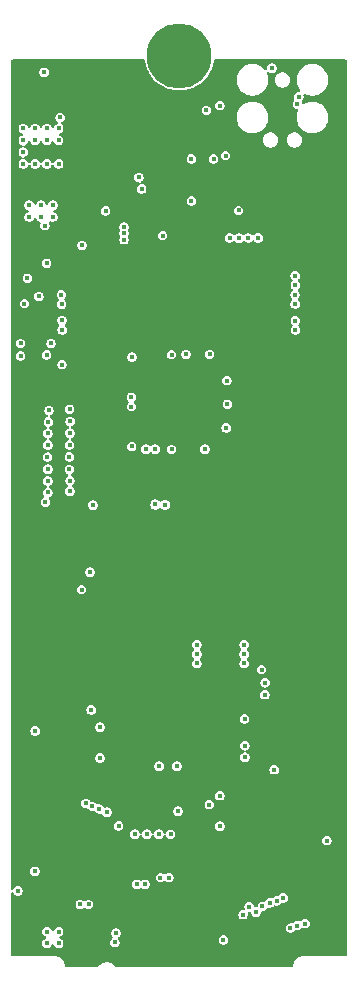
<source format=gbr>
%TF.GenerationSoftware,KiCad,Pcbnew,9.0.2*%
%TF.CreationDate,2026-02-15T00:41:27+01:00*%
%TF.ProjectId,BladeCore-M54,426c6164-6543-46f7-9265-2d4d35342e6b,rev?*%
%TF.SameCoordinates,Original*%
%TF.FileFunction,Copper,L2,Inr*%
%TF.FilePolarity,Positive*%
%FSLAX46Y46*%
G04 Gerber Fmt 4.6, Leading zero omitted, Abs format (unit mm)*
G04 Created by KiCad (PCBNEW 9.0.2) date 2026-02-15 00:41:27*
%MOMM*%
%LPD*%
G01*
G04 APERTURE LIST*
%TA.AperFunction,ComponentPad*%
%ADD10C,0.600000*%
%TD*%
%TA.AperFunction,ComponentPad*%
%ADD11C,5.500000*%
%TD*%
%TA.AperFunction,HeatsinkPad*%
%ADD12C,0.425000*%
%TD*%
%TA.AperFunction,ViaPad*%
%ADD13C,0.450000*%
%TD*%
%TA.AperFunction,ViaPad*%
%ADD14C,0.400000*%
%TD*%
G04 APERTURE END LIST*
D10*
%TO.N,GND*%
%TO.C,IC7*%
X5890000Y68620000D03*
X7610000Y68620000D03*
X6750000Y69100000D03*
X5890000Y69580000D03*
X7610000Y69580000D03*
%TD*%
D11*
%TO.N,N/C*%
%TO.C,J1*%
X14721447Y80765000D03*
%TD*%
D12*
%TO.N,GND*%
%TO.C,IC1*%
X15529212Y50595788D03*
X15529212Y51445788D03*
X15529212Y52295788D03*
X14679212Y50595788D03*
X14679212Y51445788D03*
X14679212Y52295788D03*
X13829212Y50595788D03*
X13829212Y51445788D03*
X13829212Y52295788D03*
%TD*%
D13*
%TO.N,USB_RP_D-*%
X12676013Y42759449D03*
%TO.N,USB_RP_D+*%
X13484743Y42748112D03*
D14*
%TO.N,GND*%
X7500000Y64725000D03*
X16000000Y23100000D03*
X9150000Y58100000D03*
X22000000Y23600000D03*
X18410000Y4640000D03*
X5200000Y12375000D03*
X17375000Y67650000D03*
X8700000Y7200000D03*
X19750000Y32350000D03*
X10832300Y11175305D03*
X14450000Y33700000D03*
X13850000Y41550000D03*
X26275000Y70600000D03*
X17250000Y16350000D03*
X3650000Y57400000D03*
X21000000Y19100000D03*
X15350000Y31075000D03*
X14139098Y4610031D03*
X6750000Y62900000D03*
X26000000Y7100000D03*
X27200000Y10500000D03*
X6000000Y78500000D03*
X17750000Y34600000D03*
X12000000Y20600000D03*
X17000000Y14100000D03*
X12600000Y72150000D03*
X18000000Y19100000D03*
X16875000Y75275000D03*
X12325000Y55250000D03*
X8400000Y20500000D03*
X26250000Y69300000D03*
X26350000Y66400000D03*
X12475000Y64200000D03*
X14000000Y25100000D03*
X28000000Y5100000D03*
X8850000Y78550000D03*
X20600000Y58600000D03*
X3300000Y10100000D03*
X9700000Y62000000D03*
X6925000Y21100000D03*
X23200000Y31350000D03*
X8100000Y28200000D03*
X4050000Y64700000D03*
X23725000Y68675000D03*
X21420000Y4640000D03*
X1800000Y5225000D03*
X17325000Y66425000D03*
X10134212Y45020788D03*
X14480000Y70270000D03*
X9250000Y19600000D03*
X21750000Y70350000D03*
X17600000Y28150000D03*
X16000000Y25100000D03*
X12100000Y11175000D03*
X26000000Y5100000D03*
X18750000Y32350000D03*
X16175000Y4650000D03*
X26275000Y69975000D03*
X17758697Y33528588D03*
X4134800Y42925000D03*
X5000000Y14100000D03*
X21750000Y67450000D03*
X21425000Y36700000D03*
X1100000Y6000000D03*
X12600000Y70250000D03*
X21980000Y24600000D03*
X7000000Y23850000D03*
X16175000Y61025000D03*
X8100000Y5625000D03*
X8000000Y38000000D03*
X14700000Y67450000D03*
X5262500Y73787500D03*
X17625000Y48525000D03*
X16750000Y23600000D03*
X16500000Y15850000D03*
X2050000Y75450000D03*
X18750000Y34600000D03*
X11650000Y52575000D03*
X16200000Y67450000D03*
X18025000Y68275000D03*
X17450000Y78350000D03*
X17750000Y32350000D03*
X12200000Y37700000D03*
X12825000Y10625000D03*
X3300000Y9050000D03*
X8925000Y38925000D03*
X23400000Y72875000D03*
X11000000Y20700000D03*
X22000000Y25600000D03*
X8100000Y34850000D03*
X28000000Y7100000D03*
X15800000Y14920000D03*
X11651527Y50326527D03*
X23725000Y69975000D03*
X1075000Y7000000D03*
X15000000Y12100000D03*
X17950000Y69325000D03*
X8500000Y72550000D03*
X18758697Y33528588D03*
X12000000Y25100000D03*
X23725000Y69325000D03*
X24900000Y67950000D03*
X10675000Y49250000D03*
X23725000Y70600000D03*
X16750000Y22100000D03*
X3700000Y54200000D03*
X3750000Y52150000D03*
X15300000Y53900000D03*
X17150000Y42300000D03*
X16550000Y54475000D03*
X18758697Y35697756D03*
X7850000Y6275000D03*
X5575000Y5525000D03*
X5900000Y77125000D03*
X5550000Y79700000D03*
X23925000Y4650000D03*
X11550000Y48225000D03*
X9425000Y4925000D03*
X17758697Y35697756D03*
X6375000Y23100000D03*
X17100000Y51275000D03*
X8225000Y65400000D03*
X8675000Y73875000D03*
X9096800Y15052936D03*
X27200000Y8100000D03*
X9150000Y31050000D03*
X21980000Y22350000D03*
X4750000Y18100000D03*
X6700000Y28800000D03*
X27250000Y72150000D03*
X21980000Y21350000D03*
X12350000Y30750000D03*
X11050000Y40400000D03*
X12776527Y49201527D03*
X16050000Y70260000D03*
X14100000Y49178200D03*
X26000000Y7100000D03*
X9650000Y75250000D03*
X19750000Y34600000D03*
X14000000Y23100000D03*
X19758697Y35697756D03*
X14075000Y53900000D03*
X19758697Y33528588D03*
X12000000Y23100000D03*
X26250000Y68675000D03*
X18850000Y28150000D03*
X11500000Y43000000D03*
X15500000Y20600000D03*
X17100000Y53250000D03*
X15190000Y14300000D03*
X11550000Y36200000D03*
X5075000Y64700000D03*
X16750000Y21100000D03*
X17600000Y74775000D03*
X14425000Y30575000D03*
X20325000Y69325000D03*
X6400000Y22125000D03*
X16562573Y49190627D03*
X8475000Y71000000D03*
X3350000Y65450000D03*
X18025000Y67000000D03*
X9850000Y28200000D03*
X9036626Y71810000D03*
X13975000Y65025000D03*
%TO.N,+5V*%
X4000000Y68100000D03*
X8475000Y67625000D03*
X3000000Y68100000D03*
X3000000Y67100000D03*
X3325000Y66375000D03*
X4000000Y67100000D03*
X2000000Y68100000D03*
X2000000Y67100000D03*
X2500000Y23600000D03*
%TO.N,+3.3V*%
X8000000Y21300000D03*
X3500000Y74600000D03*
X2500000Y73600000D03*
X8000000Y23900000D03*
X15740000Y68470000D03*
X10679212Y47670788D03*
X1500000Y74600000D03*
X16200000Y30900000D03*
X18729212Y53245788D03*
X10704212Y55245788D03*
X18625000Y72300000D03*
X3500000Y73600000D03*
X2500000Y74600000D03*
X17279212Y55470788D03*
X3500000Y71600000D03*
X3375000Y42950000D03*
X7250000Y25375000D03*
X15730000Y72020000D03*
X22550000Y79700000D03*
X7394192Y42703494D03*
X10654212Y51845788D03*
X18679212Y49245788D03*
X11879212Y47445788D03*
X3480331Y63180331D03*
X1500000Y72600000D03*
X4497224Y73585855D03*
X16200000Y30100000D03*
X14054212Y47420788D03*
X2500000Y71600000D03*
X19725000Y67650000D03*
X1850000Y61925000D03*
X4500000Y71600000D03*
X16879212Y47445788D03*
X1500000Y71600000D03*
X21675000Y28775000D03*
X4625000Y75525000D03*
X6475000Y64700000D03*
X16200000Y29300000D03*
X15279212Y55470788D03*
X1500000Y73600000D03*
X4500000Y74600000D03*
%TO.N,/Block Diagram/Microcontroller Peripherals/VREF_IN*%
X7150000Y37025000D03*
X17610000Y72025000D03*
%TO.N,+1V1*%
X12679212Y47445788D03*
X14054212Y55445788D03*
X18779212Y51245788D03*
X10654212Y51045788D03*
%TO.N,/Block Diagram/Ethernet Interface/RDN_R_N*%
X12970000Y14850000D03*
%TO.N,/Block Diagram/Ethernet Interface/RDN_R_P*%
X13970000Y14850000D03*
%TO.N,+3.3VP*%
X20250000Y21350000D03*
X20230000Y24600000D03*
X14500000Y20600000D03*
X20200000Y30100000D03*
X20250000Y22350000D03*
X13000000Y20600000D03*
X20200000Y30900000D03*
X18150000Y18100000D03*
X20200000Y29300000D03*
X17250000Y17350000D03*
%TO.N,VBUS*%
X4500000Y5600000D03*
X3275000Y79350000D03*
X3500000Y5600000D03*
X2475000Y11700000D03*
X3500000Y6600000D03*
X4500000Y6600000D03*
%TO.N,/Block Diagram/Microcontroller/ADC_VUSB*%
X1050000Y10050000D03*
X3575000Y44750000D03*
%TO.N,/Block Diagram/Microcontroller Peripherals/I2C0_SCL*%
X4800000Y57550000D03*
X11525000Y69475000D03*
%TO.N,/Block Diagram/Microcontroller Peripherals/I2C0_SDA*%
X4775000Y58350000D03*
X11275000Y70450000D03*
%TO.N,HEARTBEAT*%
X13300000Y65525000D03*
X4775000Y54600000D03*
%TO.N,QSPI_SS*%
X22750000Y20300000D03*
X27200000Y14300000D03*
%TO.N,/Block Diagram/Microcontroller Peripherals/SWCLK*%
X17000000Y76125000D03*
X24708349Y76658253D03*
%TO.N,/Block Diagram/Microcontroller Peripherals/SWDIO*%
X18150000Y76525000D03*
X24825000Y77275000D03*
%TO.N,/Block Diagram/Ethernet Interface/ETH_INT*%
X1275000Y55350000D03*
X3475000Y55425000D03*
%TO.N,/Block Diagram/Ethernet Interface/ETH_RST*%
X1268533Y56400000D03*
X3850000Y56400000D03*
%TO.N,/Block Diagram/Microcontroller/ADC1*%
X3625000Y49750000D03*
X7950000Y16975000D03*
%TO.N,/Block Diagram/Microcontroller/ADC2*%
X3575000Y48775000D03*
X7350000Y17200000D03*
%TO.N,/Block Diagram/Microcontroller/ADC3*%
X6800000Y17450000D03*
X3575000Y47800000D03*
%TO.N,/Block Diagram/Microcontroller/ADC4*%
X3550000Y46775000D03*
X9350000Y6475000D03*
%TO.N,/Block Diagram/Microcontroller/ADC5*%
X9250000Y5675000D03*
X3575000Y45750000D03*
%TO.N,/Block Diagram/Microcontroller Peripherals/ADC_VREF*%
X3575000Y43775000D03*
X6430000Y35550000D03*
%TO.N,/Block Diagram/Microcontroller/GPIO18*%
X20100000Y8025000D03*
X24540000Y57550000D03*
%TO.N,/Block Diagram/Microcontroller/GPIO19*%
X24530000Y58330000D03*
X20625000Y8700000D03*
%TO.N,/Block Diagram/Microcontroller/GPIO22*%
X22375000Y9025000D03*
X24530000Y61330000D03*
%TO.N,/Block Diagram/Microcontroller/GPIO23*%
X22950000Y9200000D03*
X24520000Y62120000D03*
%TO.N,/Block Diagram/Microcontroller/GPIO20*%
X21200000Y8247545D03*
X24520000Y59730000D03*
%TO.N,/Block Diagram/Microcontroller/GPIO21*%
X21750000Y8750000D03*
X24510000Y60520000D03*
%TO.N,/Block Diagram/Microcontroller/GPIO27*%
X25360000Y7275000D03*
X18970000Y65330000D03*
%TO.N,/Block Diagram/Microcontroller/GPIO25*%
X20554212Y65320788D03*
X24120000Y6900000D03*
%TO.N,/Block Diagram/Microcontroller/GPIO24*%
X21380000Y65330000D03*
X23525000Y9450000D03*
%TO.N,/Block Diagram/Microcontroller/GPIO26*%
X24710000Y7100000D03*
X19760000Y65310000D03*
%TO.N,/Block Diagram/Microcontroller/ADC0*%
X3675000Y50725000D03*
X8575000Y16700000D03*
%TO.N,/Block Diagram/Ethernet Interface/TDN_R_P*%
X11960000Y14850000D03*
%TO.N,/Block Diagram/Ethernet Interface/TDN_R_N*%
X10950000Y14850000D03*
%TO.N,Net-(IC1B-GPIO40{slash}ADC0)*%
X5425728Y50817350D03*
%TO.N,Net-(IC1B-GPIO41{slash}ADC1)*%
X5465409Y49791321D03*
%TO.N,Net-(IC1B-GPIO42{slash}ADC2)*%
X5448403Y48793636D03*
%TO.N,Net-(IC1B-GPIO43{slash}ADC3)*%
X5414391Y47807288D03*
%TO.N,Net-(IC1B-GPIO44{slash}ADC4)*%
X5397385Y46798265D03*
%TO.N,Net-(IC1B-GPIO45{slash}ADC5)*%
X5397385Y45732555D03*
%TO.N,Net-(IC1B-GPIO46{slash}ADC6)*%
X5454072Y44774550D03*
%TO.N,Net-(IC1B-GPIO47{slash}ADC7)*%
X5442734Y43884569D03*
%TO.N,USB_RP_D+*%
X7025000Y8900000D03*
%TO.N,USB_RP_D-*%
X6325000Y8900000D03*
%TO.N,/Block Diagram/Ethernet Interface/SPI1_MOSI*%
X1598472Y59769841D03*
X4750000Y59725000D03*
%TO.N,/Block Diagram/Ethernet Interface/SPI1_SCLK*%
X2825000Y60375000D03*
X4725000Y60525000D03*
%TO.N,/Block Diagram/TD_P*%
X11805000Y10600000D03*
%TO.N,/Block Diagram/RCT*%
X9575000Y15550000D03*
X14600000Y16800000D03*
%TO.N,/Block Diagram/TD_N*%
X11105000Y10600000D03*
%TO.N,/Block Diagram/RD_P*%
X13815000Y11175000D03*
%TO.N,/Block Diagram/TCT*%
X18150000Y15525000D03*
X18446800Y5900000D03*
%TO.N,/Block Diagram/LINK_LED*%
X21950000Y26650000D03*
%TO.N,/Block Diagram/ACT_LED*%
X21975000Y27675000D03*
%TO.N,Net-(JP1-C)*%
X10025000Y65725000D03*
X10025000Y66250000D03*
X10025000Y65175000D03*
%TO.N,/Block Diagram/RD_N*%
X13115000Y11175000D03*
%TD*%
%TA.AperFunction,Conductor*%
%TO.N,GND*%
G36*
X11675681Y80448946D02*
G01*
X11677587Y80449442D01*
X11709064Y80439144D01*
X11740832Y80429815D01*
X11742120Y80428328D01*
X11743993Y80427715D01*
X11764915Y80402022D01*
X11786587Y80377011D01*
X11787260Y80374581D01*
X11788111Y80373536D01*
X11797013Y80339383D01*
X11804889Y80269471D01*
X11804892Y80269454D01*
X11878712Y79946024D01*
X11878716Y79946012D01*
X11988285Y79632884D01*
X12132224Y79333991D01*
X12167845Y79277301D01*
X12308729Y79053085D01*
X12515574Y78793711D01*
X12750158Y78559127D01*
X13009532Y78352282D01*
X13290435Y78175779D01*
X13589334Y78031837D01*
X13824508Y77949546D01*
X13902458Y77922270D01*
X13902470Y77922266D01*
X14225904Y77848445D01*
X14555567Y77811301D01*
X14555568Y77811300D01*
X14555571Y77811300D01*
X14887326Y77811300D01*
X14887326Y77811301D01*
X15216990Y77848445D01*
X15540424Y77922266D01*
X15853560Y78031837D01*
X16152459Y78175779D01*
X16433362Y78352282D01*
X16692736Y78559127D01*
X16927320Y78793711D01*
X16940549Y78810299D01*
X19562050Y78810299D01*
X19562050Y78599702D01*
X19594995Y78391695D01*
X19594995Y78391692D01*
X19660071Y78191409D01*
X19755683Y78003761D01*
X19879469Y77833384D01*
X20028384Y77684469D01*
X20198761Y77560683D01*
X20314712Y77501603D01*
X20386408Y77465072D01*
X20586692Y77399996D01*
X20586693Y77399996D01*
X20586696Y77399995D01*
X20794701Y77367050D01*
X20794702Y77367050D01*
X21005298Y77367050D01*
X21005299Y77367050D01*
X21213304Y77399995D01*
X21213307Y77399996D01*
X21213308Y77399996D01*
X21413591Y77465072D01*
X21413591Y77465073D01*
X21413594Y77465073D01*
X21601239Y77560683D01*
X21771616Y77684469D01*
X21920531Y77833384D01*
X22044317Y78003761D01*
X22139927Y78191406D01*
X22205005Y78391696D01*
X22237950Y78599701D01*
X22237950Y78768611D01*
X22794200Y78768611D01*
X22794200Y78641390D01*
X22819015Y78516635D01*
X22819018Y78516625D01*
X22867697Y78399102D01*
X22867702Y78399093D01*
X22938373Y78293327D01*
X22938376Y78293323D01*
X23028322Y78203377D01*
X23028326Y78203374D01*
X23134092Y78132703D01*
X23134098Y78132700D01*
X23134099Y78132699D01*
X23251627Y78084017D01*
X23376389Y78059201D01*
X23376393Y78059200D01*
X23376394Y78059200D01*
X23503607Y78059200D01*
X23503608Y78059201D01*
X23628373Y78084017D01*
X23745901Y78132699D01*
X23851674Y78203374D01*
X23941626Y78293326D01*
X24012301Y78399099D01*
X24060983Y78516627D01*
X24085800Y78641394D01*
X24085800Y78768606D01*
X24060983Y78893373D01*
X24012301Y79010901D01*
X24012300Y79010902D01*
X24012297Y79010908D01*
X23941626Y79116674D01*
X23941623Y79116678D01*
X23851677Y79206624D01*
X23851673Y79206627D01*
X23745907Y79277298D01*
X23745898Y79277303D01*
X23650081Y79316992D01*
X23628373Y79325983D01*
X23628369Y79325984D01*
X23628365Y79325985D01*
X23503610Y79350800D01*
X23503606Y79350800D01*
X23376394Y79350800D01*
X23376389Y79350800D01*
X23251634Y79325985D01*
X23251624Y79325982D01*
X23134101Y79277303D01*
X23134092Y79277298D01*
X23028326Y79206627D01*
X23028322Y79206624D01*
X22938376Y79116678D01*
X22938373Y79116674D01*
X22867702Y79010908D01*
X22867697Y79010899D01*
X22819018Y78893376D01*
X22819015Y78893366D01*
X22794200Y78768611D01*
X22237950Y78768611D01*
X22237950Y78810299D01*
X22205005Y79018304D01*
X22205004Y79018308D01*
X22205004Y79018309D01*
X22138959Y79221573D01*
X22136964Y79291414D01*
X22173044Y79351247D01*
X22235745Y79382075D01*
X22305159Y79374110D01*
X22318889Y79367279D01*
X22394177Y79323811D01*
X22496852Y79296300D01*
X22496854Y79296300D01*
X22603146Y79296300D01*
X22603148Y79296300D01*
X22705823Y79323811D01*
X22797878Y79376959D01*
X22873041Y79452122D01*
X22926189Y79544177D01*
X22953700Y79646852D01*
X22953700Y79753148D01*
X22926189Y79855823D01*
X22873041Y79947878D01*
X22797878Y80023041D01*
X22705823Y80076189D01*
X22603148Y80103700D01*
X22496852Y80103700D01*
X22394177Y80076189D01*
X22394175Y80076188D01*
X22394174Y80076188D01*
X22302125Y80023043D01*
X22302119Y80023039D01*
X22226961Y79947881D01*
X22226957Y79947875D01*
X22173812Y79855826D01*
X22173812Y79855825D01*
X22146300Y79753148D01*
X22146300Y79647504D01*
X22126615Y79580465D01*
X22073811Y79534710D01*
X22004653Y79524766D01*
X21941097Y79553791D01*
X21921985Y79574615D01*
X21920531Y79576616D01*
X21771616Y79725531D01*
X21601239Y79849317D01*
X21588464Y79855826D01*
X21413591Y79944929D01*
X21213307Y80010005D01*
X21057300Y80034714D01*
X21005299Y80042950D01*
X20794701Y80042950D01*
X20725366Y80031969D01*
X20586694Y80010005D01*
X20586691Y80010005D01*
X20386408Y79944929D01*
X20198760Y79849317D01*
X20028381Y79725529D01*
X19879471Y79576619D01*
X19755683Y79406240D01*
X19660071Y79218592D01*
X19594995Y79018309D01*
X19594995Y79018306D01*
X19562050Y78810299D01*
X16940549Y78810299D01*
X17134165Y79053085D01*
X17310668Y79333988D01*
X17454610Y79632887D01*
X17564181Y79946023D01*
X17638002Y80269457D01*
X17640268Y80289562D01*
X17645881Y80339383D01*
X17672947Y80403797D01*
X17730542Y80443352D01*
X17769101Y80449500D01*
X28652405Y80449500D01*
X28690244Y80449500D01*
X28709630Y80447975D01*
X28742253Y80442808D01*
X28779144Y80430822D01*
X28799765Y80420315D01*
X28831151Y80397511D01*
X28847510Y80381152D01*
X28870314Y80349766D01*
X28880820Y80329147D01*
X28892808Y80292252D01*
X28897973Y80259641D01*
X28899500Y80240245D01*
X28899500Y4709756D01*
X28897973Y4690360D01*
X28897973Y4690356D01*
X28892808Y4657749D01*
X28880820Y4620854D01*
X28870314Y4600235D01*
X28847510Y4568849D01*
X28831151Y4552490D01*
X28799765Y4529686D01*
X28779146Y4519180D01*
X28742251Y4507192D01*
X28729663Y4505199D01*
X28709638Y4502027D01*
X28690244Y4500500D01*
X25071155Y4500500D01*
X24916510Y4469739D01*
X24916498Y4469736D01*
X24770827Y4409398D01*
X24770814Y4409391D01*
X24639711Y4321790D01*
X24639707Y4321787D01*
X24528213Y4210293D01*
X24528210Y4210289D01*
X24440609Y4079186D01*
X24440602Y4079173D01*
X24380264Y3933502D01*
X24380261Y3933490D01*
X24349500Y3778847D01*
X24349500Y3724000D01*
X24329815Y3656961D01*
X24277011Y3611206D01*
X24225500Y3600000D01*
X9365212Y3600000D01*
X9298173Y3619685D01*
X9262109Y3655110D01*
X9260872Y3656961D01*
X9249464Y3674035D01*
X9249462Y3674038D01*
X9124038Y3799462D01*
X9124034Y3799465D01*
X8976553Y3898010D01*
X8976540Y3898017D01*
X8812667Y3965894D01*
X8812658Y3965897D01*
X8638694Y4000500D01*
X8638691Y4000500D01*
X8597595Y4000500D01*
X8550000Y4000500D01*
X8461309Y4000500D01*
X8461306Y4000500D01*
X8287341Y3965897D01*
X8287332Y3965894D01*
X8123459Y3898017D01*
X8123446Y3898010D01*
X7975965Y3799465D01*
X7975961Y3799462D01*
X7850537Y3674038D01*
X7841271Y3660171D01*
X7839128Y3656961D01*
X7837891Y3655110D01*
X7784279Y3610305D01*
X7734788Y3600000D01*
X5124500Y3600000D01*
X5057461Y3619685D01*
X5011706Y3672489D01*
X5000500Y3724000D01*
X5000500Y3778845D01*
X5000499Y3778847D01*
X4996398Y3799465D01*
X4969737Y3933497D01*
X4909795Y4078211D01*
X4909397Y4079173D01*
X4909390Y4079186D01*
X4821789Y4210289D01*
X4821786Y4210293D01*
X4710292Y4321787D01*
X4710288Y4321790D01*
X4579185Y4409391D01*
X4579172Y4409398D01*
X4433501Y4469736D01*
X4433489Y4469739D01*
X4278845Y4500500D01*
X4278842Y4500500D01*
X4239562Y4500500D01*
X659756Y4500500D01*
X640360Y4502027D01*
X624110Y4504601D01*
X607749Y4507192D01*
X570853Y4519180D01*
X550234Y4529686D01*
X518848Y4552490D01*
X502489Y4568849D01*
X479685Y4600235D01*
X469179Y4620854D01*
X457192Y4657747D01*
X452025Y4690370D01*
X450500Y4709756D01*
X450500Y6653148D01*
X3096300Y6653148D01*
X3096300Y6546852D01*
X3123811Y6444177D01*
X3176959Y6352122D01*
X3252122Y6276959D01*
X3344177Y6223811D01*
X3359243Y6219775D01*
X3418903Y6183410D01*
X3449432Y6120563D01*
X3441137Y6051188D01*
X3396652Y5997310D01*
X3359244Y5980227D01*
X3344177Y5976189D01*
X3344175Y5976188D01*
X3344174Y5976188D01*
X3252125Y5923043D01*
X3252119Y5923039D01*
X3176961Y5847881D01*
X3176957Y5847875D01*
X3123812Y5755826D01*
X3123812Y5755825D01*
X3123811Y5755823D01*
X3096300Y5653148D01*
X3096300Y5546852D01*
X3123811Y5444177D01*
X3176959Y5352122D01*
X3252122Y5276959D01*
X3344177Y5223811D01*
X3446852Y5196300D01*
X3446854Y5196300D01*
X3553146Y5196300D01*
X3553148Y5196300D01*
X3655823Y5223811D01*
X3747878Y5276959D01*
X3823041Y5352122D01*
X3876189Y5444177D01*
X3880225Y5459244D01*
X3916589Y5518903D01*
X3979435Y5549433D01*
X4048811Y5541139D01*
X4102690Y5496654D01*
X4119773Y5459245D01*
X4123811Y5444177D01*
X4176959Y5352122D01*
X4252122Y5276959D01*
X4344177Y5223811D01*
X4446852Y5196300D01*
X4446854Y5196300D01*
X4553146Y5196300D01*
X4553148Y5196300D01*
X4655823Y5223811D01*
X4747878Y5276959D01*
X4823041Y5352122D01*
X4876189Y5444177D01*
X4903700Y5546852D01*
X4903700Y5653148D01*
X4883604Y5728148D01*
X8846300Y5728148D01*
X8846300Y5621852D01*
X8873811Y5519177D01*
X8926959Y5427122D01*
X9002122Y5351959D01*
X9094177Y5298811D01*
X9196852Y5271300D01*
X9196854Y5271300D01*
X9303146Y5271300D01*
X9303148Y5271300D01*
X9405823Y5298811D01*
X9497878Y5351959D01*
X9573041Y5427122D01*
X9626189Y5519177D01*
X9653700Y5621852D01*
X9653700Y5728148D01*
X9626189Y5830823D01*
X9573041Y5922878D01*
X9545653Y5950266D01*
X9543417Y5953148D01*
X18043100Y5953148D01*
X18043100Y5846852D01*
X18070611Y5744177D01*
X18070612Y5744176D01*
X18070612Y5744175D01*
X18088327Y5713492D01*
X18123759Y5652122D01*
X18198922Y5576959D01*
X18290977Y5523811D01*
X18393652Y5496300D01*
X18393654Y5496300D01*
X18499946Y5496300D01*
X18499948Y5496300D01*
X18602623Y5523811D01*
X18694678Y5576959D01*
X18769841Y5652122D01*
X18822989Y5744177D01*
X18850500Y5846852D01*
X18850500Y5953148D01*
X18822989Y6055823D01*
X18769841Y6147878D01*
X18694678Y6223041D01*
X18602623Y6276189D01*
X18499948Y6303700D01*
X18393652Y6303700D01*
X18290977Y6276189D01*
X18290975Y6276188D01*
X18290974Y6276188D01*
X18198925Y6223043D01*
X18198919Y6223039D01*
X18123761Y6147881D01*
X18123757Y6147875D01*
X18070612Y6055826D01*
X18070612Y6055825D01*
X18070611Y6055823D01*
X18043100Y5953148D01*
X9543417Y5953148D01*
X9540877Y5956422D01*
X9530839Y5981979D01*
X9517683Y6006074D01*
X9518252Y6014032D01*
X9515336Y6021456D01*
X9520708Y6048379D01*
X9522667Y6075766D01*
X9527448Y6082153D01*
X9529009Y6089975D01*
X9548085Y6109721D01*
X9564539Y6131699D01*
X9576835Y6139811D01*
X9597878Y6151959D01*
X9673041Y6227122D01*
X9726189Y6319177D01*
X9753700Y6421852D01*
X9753700Y6528148D01*
X9726189Y6630823D01*
X9673041Y6722878D01*
X9597878Y6798041D01*
X9505823Y6851189D01*
X9403148Y6878700D01*
X9296852Y6878700D01*
X9194177Y6851189D01*
X9194175Y6851188D01*
X9194174Y6851188D01*
X9102125Y6798043D01*
X9102119Y6798039D01*
X9026961Y6722881D01*
X9026957Y6722875D01*
X8973812Y6630826D01*
X8973812Y6630825D01*
X8973811Y6630823D01*
X8946300Y6528148D01*
X8946300Y6421852D01*
X8973811Y6319177D01*
X9026959Y6227122D01*
X9026961Y6227120D01*
X9048831Y6205250D01*
X9082316Y6143927D01*
X9077332Y6074235D01*
X9035460Y6018302D01*
X9023151Y6010183D01*
X9002128Y5998046D01*
X9002119Y5998039D01*
X8926961Y5922881D01*
X8926957Y5922875D01*
X8873812Y5830826D01*
X8873812Y5830825D01*
X8873811Y5830823D01*
X8846300Y5728148D01*
X4883604Y5728148D01*
X4876189Y5755823D01*
X4823041Y5847878D01*
X4747878Y5923041D01*
X4655823Y5976189D01*
X4640756Y5980226D01*
X4581097Y6016589D01*
X4550567Y6079435D01*
X4558861Y6148811D01*
X4603346Y6202690D01*
X4640755Y6219774D01*
X4655823Y6223811D01*
X4747878Y6276959D01*
X4823041Y6352122D01*
X4876189Y6444177D01*
X4903700Y6546852D01*
X4903700Y6653148D01*
X4876189Y6755823D01*
X4823041Y6847878D01*
X4747878Y6923041D01*
X4695731Y6953148D01*
X23716300Y6953148D01*
X23716300Y6846852D01*
X23743811Y6744177D01*
X23796959Y6652122D01*
X23872122Y6576959D01*
X23964177Y6523811D01*
X24066852Y6496300D01*
X24066854Y6496300D01*
X24173146Y6496300D01*
X24173148Y6496300D01*
X24275823Y6523811D01*
X24367878Y6576959D01*
X24443041Y6652122D01*
X24446197Y6657590D01*
X24496758Y6705807D01*
X24565364Y6719035D01*
X24585666Y6715374D01*
X24656852Y6696300D01*
X24656855Y6696300D01*
X24763146Y6696300D01*
X24763148Y6696300D01*
X24865823Y6723811D01*
X24957878Y6776959D01*
X25033041Y6852122D01*
X25034042Y6853857D01*
X25035267Y6855025D01*
X25037989Y6858571D01*
X25038541Y6858147D01*
X25084608Y6902071D01*
X25153215Y6915295D01*
X25196474Y6901466D01*
X25196664Y6901923D01*
X25202143Y6899654D01*
X25203429Y6899243D01*
X25203919Y6898960D01*
X25204173Y6898813D01*
X25204177Y6898811D01*
X25306852Y6871300D01*
X25306854Y6871300D01*
X25413146Y6871300D01*
X25413148Y6871300D01*
X25515823Y6898811D01*
X25607878Y6951959D01*
X25683041Y7027122D01*
X25736189Y7119177D01*
X25763700Y7221852D01*
X25763700Y7328148D01*
X25736189Y7430823D01*
X25683041Y7522878D01*
X25607878Y7598041D01*
X25519942Y7648811D01*
X25515825Y7651188D01*
X25515824Y7651189D01*
X25515823Y7651189D01*
X25413148Y7678700D01*
X25306852Y7678700D01*
X25204177Y7651189D01*
X25204175Y7651188D01*
X25204174Y7651188D01*
X25112125Y7598043D01*
X25112119Y7598039D01*
X25036961Y7522881D01*
X25036952Y7522869D01*
X25035949Y7521131D01*
X25034720Y7519960D01*
X25032011Y7516429D01*
X25031459Y7516852D01*
X24985376Y7472922D01*
X24916767Y7459708D01*
X24873524Y7473534D01*
X24873336Y7473077D01*
X24867864Y7475343D01*
X24866573Y7475756D01*
X24865825Y7476188D01*
X24865824Y7476189D01*
X24865823Y7476189D01*
X24763148Y7503700D01*
X24656852Y7503700D01*
X24554177Y7476189D01*
X24554175Y7476188D01*
X24554174Y7476188D01*
X24462125Y7423043D01*
X24462119Y7423039D01*
X24386961Y7347881D01*
X24386954Y7347872D01*
X24383796Y7342401D01*
X24333227Y7294188D01*
X24264619Y7280968D01*
X24244321Y7284631D01*
X24173152Y7303700D01*
X24173148Y7303700D01*
X24066852Y7303700D01*
X23964177Y7276189D01*
X23964175Y7276188D01*
X23964174Y7276188D01*
X23872125Y7223043D01*
X23872119Y7223039D01*
X23796961Y7147881D01*
X23796957Y7147875D01*
X23743812Y7055826D01*
X23743812Y7055825D01*
X23743811Y7055823D01*
X23716300Y6953148D01*
X4695731Y6953148D01*
X4686508Y6958473D01*
X4655825Y6976188D01*
X4655824Y6976189D01*
X4655823Y6976189D01*
X4553148Y7003700D01*
X4446852Y7003700D01*
X4344177Y6976189D01*
X4344175Y6976188D01*
X4344174Y6976188D01*
X4252125Y6923043D01*
X4252119Y6923039D01*
X4176961Y6847881D01*
X4176957Y6847875D01*
X4123812Y6755826D01*
X4123812Y6755825D01*
X4123811Y6755823D01*
X4119774Y6740757D01*
X4083410Y6681097D01*
X4020563Y6650568D01*
X3951188Y6658863D01*
X3897310Y6703348D01*
X3880226Y6740756D01*
X3876189Y6755823D01*
X3823041Y6847878D01*
X3747878Y6923041D01*
X3686508Y6958473D01*
X3655825Y6976188D01*
X3655824Y6976189D01*
X3655823Y6976189D01*
X3553148Y7003700D01*
X3446852Y7003700D01*
X3344177Y6976189D01*
X3344175Y6976188D01*
X3344174Y6976188D01*
X3252125Y6923043D01*
X3252119Y6923039D01*
X3176961Y6847881D01*
X3176957Y6847875D01*
X3123812Y6755826D01*
X3123812Y6755825D01*
X3123811Y6755823D01*
X3096300Y6653148D01*
X450500Y6653148D01*
X450500Y8078148D01*
X19696300Y8078148D01*
X19696300Y7971852D01*
X19723811Y7869177D01*
X19776959Y7777122D01*
X19852122Y7701959D01*
X19944177Y7648811D01*
X20046852Y7621300D01*
X20046854Y7621300D01*
X20153146Y7621300D01*
X20153148Y7621300D01*
X20255823Y7648811D01*
X20347878Y7701959D01*
X20423041Y7777122D01*
X20476189Y7869177D01*
X20503700Y7971852D01*
X20503700Y8078148D01*
X20487071Y8140210D01*
X20487666Y8165202D01*
X20484108Y8189947D01*
X20488483Y8199528D01*
X20488734Y8210056D01*
X20502746Y8230761D01*
X20513133Y8253503D01*
X20521992Y8259197D01*
X20527896Y8267919D01*
X20550879Y8277761D01*
X20571911Y8291277D01*
X20587766Y8293557D01*
X20592125Y8295423D01*
X20606846Y8296300D01*
X20674139Y8296300D01*
X20741178Y8276615D01*
X20786933Y8223811D01*
X20793205Y8201982D01*
X20794197Y8202247D01*
X20796300Y8194399D01*
X20796300Y8194397D01*
X20823811Y8091722D01*
X20876959Y7999667D01*
X20952122Y7924504D01*
X21044177Y7871356D01*
X21146852Y7843845D01*
X21146854Y7843845D01*
X21253146Y7843845D01*
X21253148Y7843845D01*
X21355823Y7871356D01*
X21447878Y7924504D01*
X21523041Y7999667D01*
X21576189Y8091722D01*
X21603700Y8194397D01*
X21603700Y8222300D01*
X21623385Y8289339D01*
X21676189Y8335094D01*
X21727700Y8346300D01*
X21803146Y8346300D01*
X21803148Y8346300D01*
X21905823Y8373811D01*
X21997878Y8426959D01*
X22073041Y8502122D01*
X22118390Y8580670D01*
X22168957Y8628885D01*
X22237564Y8642108D01*
X22257864Y8638446D01*
X22321852Y8621300D01*
X22321854Y8621300D01*
X22428146Y8621300D01*
X22428148Y8621300D01*
X22530823Y8648811D01*
X22622878Y8701959D01*
X22698041Y8777122D01*
X22698041Y8777123D01*
X22703788Y8782869D01*
X22706124Y8780533D01*
X22750071Y8812661D01*
X22819815Y8816858D01*
X22824150Y8815780D01*
X22896852Y8796300D01*
X22896854Y8796300D01*
X23003146Y8796300D01*
X23003148Y8796300D01*
X23105823Y8823811D01*
X23197878Y8876959D01*
X23273041Y8952122D01*
X23299192Y8997417D01*
X23349757Y9045631D01*
X23418364Y9058855D01*
X23438666Y9055192D01*
X23471852Y9046300D01*
X23471854Y9046300D01*
X23578146Y9046300D01*
X23578148Y9046300D01*
X23680823Y9073811D01*
X23772878Y9126959D01*
X23848041Y9202122D01*
X23901189Y9294177D01*
X23928700Y9396852D01*
X23928700Y9503148D01*
X23901189Y9605823D01*
X23848041Y9697878D01*
X23772878Y9773041D01*
X23711508Y9808473D01*
X23680825Y9826188D01*
X23680824Y9826189D01*
X23680823Y9826189D01*
X23578148Y9853700D01*
X23471852Y9853700D01*
X23369177Y9826189D01*
X23369175Y9826188D01*
X23369174Y9826188D01*
X23277125Y9773043D01*
X23277119Y9773039D01*
X23201961Y9697881D01*
X23201957Y9697875D01*
X23175807Y9652583D01*
X23125239Y9604369D01*
X23056632Y9591147D01*
X23036330Y9594810D01*
X23003152Y9603700D01*
X23003148Y9603700D01*
X22896852Y9603700D01*
X22794177Y9576189D01*
X22794175Y9576188D01*
X22794174Y9576188D01*
X22702125Y9523043D01*
X22702119Y9523039D01*
X22621212Y9442131D01*
X22618893Y9444450D01*
X22574767Y9412282D01*
X22505018Y9408182D01*
X22500818Y9409229D01*
X22428149Y9428700D01*
X22428148Y9428700D01*
X22321852Y9428700D01*
X22219177Y9401189D01*
X22219175Y9401188D01*
X22219174Y9401188D01*
X22127125Y9348043D01*
X22127119Y9348039D01*
X22051961Y9272881D01*
X22051954Y9272872D01*
X22006608Y9194331D01*
X21956041Y9146116D01*
X21887433Y9132894D01*
X21867130Y9136557D01*
X21803149Y9153700D01*
X21803148Y9153700D01*
X21696852Y9153700D01*
X21594177Y9126189D01*
X21594175Y9126188D01*
X21594174Y9126188D01*
X21502125Y9073043D01*
X21502119Y9073039D01*
X21426961Y8997881D01*
X21426957Y8997875D01*
X21373812Y8905826D01*
X21373812Y8905825D01*
X21373811Y8905823D01*
X21349683Y8815772D01*
X21346300Y8803148D01*
X21346300Y8775245D01*
X21343749Y8766560D01*
X21345038Y8757598D01*
X21334059Y8733558D01*
X21326615Y8708206D01*
X21319774Y8702279D01*
X21316013Y8694042D01*
X21293778Y8679753D01*
X21273811Y8662451D01*
X21263296Y8660164D01*
X21257235Y8656268D01*
X21222300Y8651245D01*
X21150861Y8651245D01*
X21083822Y8670930D01*
X21038067Y8723734D01*
X21031794Y8745564D01*
X21030803Y8745298D01*
X21028700Y8753148D01*
X21001189Y8855823D01*
X20948041Y8947878D01*
X20872878Y9023041D01*
X20786279Y9073039D01*
X20780825Y9076188D01*
X20780824Y9076189D01*
X20780823Y9076189D01*
X20678148Y9103700D01*
X20571852Y9103700D01*
X20469177Y9076189D01*
X20469175Y9076188D01*
X20469174Y9076188D01*
X20377125Y9023043D01*
X20377119Y9023039D01*
X20301961Y8947881D01*
X20301957Y8947875D01*
X20248812Y8855826D01*
X20248812Y8855825D01*
X20248811Y8855823D01*
X20221300Y8753148D01*
X20221300Y8646852D01*
X20237928Y8584791D01*
X20236266Y8514944D01*
X20197104Y8457081D01*
X20132875Y8429577D01*
X20118154Y8428700D01*
X20046852Y8428700D01*
X19944177Y8401189D01*
X19944175Y8401188D01*
X19944174Y8401188D01*
X19852125Y8348043D01*
X19852119Y8348039D01*
X19776961Y8272881D01*
X19776957Y8272875D01*
X19723812Y8180826D01*
X19723812Y8180825D01*
X19723811Y8180823D01*
X19696300Y8078148D01*
X450500Y8078148D01*
X450500Y8953148D01*
X5921300Y8953148D01*
X5921300Y8846852D01*
X5948811Y8744177D01*
X6001959Y8652122D01*
X6077122Y8576959D01*
X6169177Y8523811D01*
X6271852Y8496300D01*
X6271854Y8496300D01*
X6378146Y8496300D01*
X6378148Y8496300D01*
X6480823Y8523811D01*
X6572878Y8576959D01*
X6587319Y8591400D01*
X6648642Y8624885D01*
X6718334Y8619901D01*
X6762681Y8591400D01*
X6777122Y8576959D01*
X6869177Y8523811D01*
X6971852Y8496300D01*
X6971854Y8496300D01*
X7078146Y8496300D01*
X7078148Y8496300D01*
X7180823Y8523811D01*
X7272878Y8576959D01*
X7348041Y8652122D01*
X7401189Y8744177D01*
X7428700Y8846852D01*
X7428700Y8953148D01*
X7401189Y9055823D01*
X7348041Y9147878D01*
X7272878Y9223041D01*
X7180823Y9276189D01*
X7078148Y9303700D01*
X6971852Y9303700D01*
X6869177Y9276189D01*
X6869175Y9276188D01*
X6869174Y9276188D01*
X6777125Y9223043D01*
X6777119Y9223039D01*
X6762681Y9208600D01*
X6701358Y9175115D01*
X6631666Y9180099D01*
X6587319Y9208600D01*
X6572880Y9223039D01*
X6572878Y9223041D01*
X6480823Y9276189D01*
X6378148Y9303700D01*
X6271852Y9303700D01*
X6169177Y9276189D01*
X6169175Y9276188D01*
X6169174Y9276188D01*
X6077125Y9223043D01*
X6077119Y9223039D01*
X6001961Y9147881D01*
X6001957Y9147875D01*
X5948812Y9055826D01*
X5948812Y9055825D01*
X5948811Y9055823D01*
X5921300Y8953148D01*
X450500Y8953148D01*
X450500Y9818189D01*
X470185Y9885228D01*
X522989Y9930983D01*
X592147Y9940927D01*
X655703Y9911902D01*
X681886Y9880190D01*
X726959Y9802122D01*
X802122Y9726959D01*
X894177Y9673811D01*
X996852Y9646300D01*
X996854Y9646300D01*
X1103146Y9646300D01*
X1103148Y9646300D01*
X1205823Y9673811D01*
X1297878Y9726959D01*
X1373041Y9802122D01*
X1426189Y9894177D01*
X1453700Y9996852D01*
X1453700Y10103148D01*
X1426189Y10205823D01*
X1373041Y10297878D01*
X1297878Y10373041D01*
X1205823Y10426189D01*
X1103148Y10453700D01*
X996852Y10453700D01*
X894177Y10426189D01*
X894175Y10426188D01*
X894174Y10426188D01*
X802125Y10373043D01*
X802119Y10373039D01*
X726961Y10297881D01*
X726959Y10297878D01*
X681887Y10219811D01*
X631320Y10171596D01*
X562712Y10158374D01*
X497848Y10184342D01*
X457320Y10241256D01*
X450500Y10281812D01*
X450500Y10653148D01*
X10701300Y10653148D01*
X10701300Y10546852D01*
X10728811Y10444177D01*
X10781959Y10352122D01*
X10857122Y10276959D01*
X10949177Y10223811D01*
X11051852Y10196300D01*
X11051854Y10196300D01*
X11158146Y10196300D01*
X11158148Y10196300D01*
X11260823Y10223811D01*
X11352878Y10276959D01*
X11367319Y10291400D01*
X11428642Y10324885D01*
X11498334Y10319901D01*
X11542681Y10291400D01*
X11557122Y10276959D01*
X11649177Y10223811D01*
X11751852Y10196300D01*
X11751854Y10196300D01*
X11858146Y10196300D01*
X11858148Y10196300D01*
X11960823Y10223811D01*
X12052878Y10276959D01*
X12128041Y10352122D01*
X12181189Y10444177D01*
X12208700Y10546852D01*
X12208700Y10653148D01*
X12181189Y10755823D01*
X12128041Y10847878D01*
X12052878Y10923041D01*
X11991508Y10958473D01*
X11960825Y10976188D01*
X11960824Y10976189D01*
X11960823Y10976189D01*
X11858148Y11003700D01*
X11751852Y11003700D01*
X11649177Y10976189D01*
X11649175Y10976188D01*
X11649174Y10976188D01*
X11557125Y10923043D01*
X11557119Y10923039D01*
X11542681Y10908600D01*
X11481358Y10875115D01*
X11411666Y10880099D01*
X11367319Y10908600D01*
X11352880Y10923039D01*
X11352878Y10923041D01*
X11291508Y10958473D01*
X11260825Y10976188D01*
X11260824Y10976189D01*
X11260823Y10976189D01*
X11158148Y11003700D01*
X11051852Y11003700D01*
X10949177Y10976189D01*
X10949175Y10976188D01*
X10949174Y10976188D01*
X10857125Y10923043D01*
X10857119Y10923039D01*
X10781961Y10847881D01*
X10781957Y10847875D01*
X10728812Y10755826D01*
X10728812Y10755825D01*
X10728811Y10755823D01*
X10701300Y10653148D01*
X450500Y10653148D01*
X450500Y11228148D01*
X12711300Y11228148D01*
X12711300Y11121852D01*
X12738811Y11019177D01*
X12791959Y10927122D01*
X12867122Y10851959D01*
X12959177Y10798811D01*
X13061852Y10771300D01*
X13061854Y10771300D01*
X13168146Y10771300D01*
X13168148Y10771300D01*
X13270823Y10798811D01*
X13362878Y10851959D01*
X13377319Y10866400D01*
X13438642Y10899885D01*
X13508334Y10894901D01*
X13552681Y10866400D01*
X13567122Y10851959D01*
X13659177Y10798811D01*
X13761852Y10771300D01*
X13761854Y10771300D01*
X13868146Y10771300D01*
X13868148Y10771300D01*
X13970823Y10798811D01*
X14062878Y10851959D01*
X14138041Y10927122D01*
X14191189Y11019177D01*
X14218700Y11121852D01*
X14218700Y11228148D01*
X14191189Y11330823D01*
X14138041Y11422878D01*
X14062878Y11498041D01*
X13970823Y11551189D01*
X13868148Y11578700D01*
X13761852Y11578700D01*
X13659177Y11551189D01*
X13659175Y11551188D01*
X13659174Y11551188D01*
X13567125Y11498043D01*
X13567119Y11498039D01*
X13552681Y11483600D01*
X13491358Y11450115D01*
X13421666Y11455099D01*
X13377319Y11483600D01*
X13362880Y11498039D01*
X13362878Y11498041D01*
X13270823Y11551189D01*
X13168148Y11578700D01*
X13061852Y11578700D01*
X12959177Y11551189D01*
X12959175Y11551188D01*
X12959174Y11551188D01*
X12867125Y11498043D01*
X12867119Y11498039D01*
X12791961Y11422881D01*
X12791957Y11422875D01*
X12738812Y11330826D01*
X12738812Y11330825D01*
X12738811Y11330823D01*
X12711300Y11228148D01*
X450500Y11228148D01*
X450500Y11753148D01*
X2071300Y11753148D01*
X2071300Y11646852D01*
X2098811Y11544177D01*
X2151959Y11452122D01*
X2227122Y11376959D01*
X2319177Y11323811D01*
X2421852Y11296300D01*
X2421854Y11296300D01*
X2528146Y11296300D01*
X2528148Y11296300D01*
X2630823Y11323811D01*
X2722878Y11376959D01*
X2798041Y11452122D01*
X2851189Y11544177D01*
X2878700Y11646852D01*
X2878700Y11753148D01*
X2851189Y11855823D01*
X2798041Y11947878D01*
X2722878Y12023041D01*
X2630823Y12076189D01*
X2528148Y12103700D01*
X2421852Y12103700D01*
X2319177Y12076189D01*
X2319175Y12076188D01*
X2319174Y12076188D01*
X2227125Y12023043D01*
X2227119Y12023039D01*
X2151961Y11947881D01*
X2151957Y11947875D01*
X2098812Y11855826D01*
X2098812Y11855825D01*
X2098811Y11855823D01*
X2071300Y11753148D01*
X450500Y11753148D01*
X450500Y14353148D01*
X26796300Y14353148D01*
X26796300Y14246852D01*
X26823811Y14144177D01*
X26876959Y14052122D01*
X26952122Y13976959D01*
X27044177Y13923811D01*
X27146852Y13896300D01*
X27146854Y13896300D01*
X27253146Y13896300D01*
X27253148Y13896300D01*
X27355823Y13923811D01*
X27447878Y13976959D01*
X27523041Y14052122D01*
X27576189Y14144177D01*
X27603700Y14246852D01*
X27603700Y14353148D01*
X27576189Y14455823D01*
X27523041Y14547878D01*
X27447878Y14623041D01*
X27355823Y14676189D01*
X27253148Y14703700D01*
X27146852Y14703700D01*
X27044177Y14676189D01*
X27044175Y14676188D01*
X27044174Y14676188D01*
X26952125Y14623043D01*
X26952119Y14623039D01*
X26876961Y14547881D01*
X26876957Y14547875D01*
X26823812Y14455826D01*
X26823812Y14455825D01*
X26823811Y14455823D01*
X26796300Y14353148D01*
X450500Y14353148D01*
X450500Y14903148D01*
X10546300Y14903148D01*
X10546300Y14796852D01*
X10573811Y14694177D01*
X10626959Y14602122D01*
X10702122Y14526959D01*
X10794177Y14473811D01*
X10896852Y14446300D01*
X10896854Y14446300D01*
X11003146Y14446300D01*
X11003148Y14446300D01*
X11105823Y14473811D01*
X11197878Y14526959D01*
X11273041Y14602122D01*
X11326189Y14694177D01*
X11335226Y14727905D01*
X11371590Y14787563D01*
X11434436Y14818093D01*
X11503812Y14809799D01*
X11557690Y14765314D01*
X11574773Y14727907D01*
X11583811Y14694177D01*
X11636959Y14602122D01*
X11712122Y14526959D01*
X11804177Y14473811D01*
X11906852Y14446300D01*
X11906854Y14446300D01*
X12013146Y14446300D01*
X12013148Y14446300D01*
X12115823Y14473811D01*
X12207878Y14526959D01*
X12283041Y14602122D01*
X12336189Y14694177D01*
X12345226Y14727905D01*
X12381590Y14787563D01*
X12444436Y14818093D01*
X12513812Y14809799D01*
X12567690Y14765314D01*
X12584773Y14727907D01*
X12593811Y14694177D01*
X12646959Y14602122D01*
X12722122Y14526959D01*
X12814177Y14473811D01*
X12916852Y14446300D01*
X12916854Y14446300D01*
X13023146Y14446300D01*
X13023148Y14446300D01*
X13125823Y14473811D01*
X13217878Y14526959D01*
X13293041Y14602122D01*
X13346189Y14694177D01*
X13350225Y14709244D01*
X13386589Y14768903D01*
X13449435Y14799433D01*
X13518811Y14791139D01*
X13572690Y14746654D01*
X13589773Y14709245D01*
X13593811Y14694177D01*
X13646959Y14602122D01*
X13722122Y14526959D01*
X13814177Y14473811D01*
X13916852Y14446300D01*
X13916854Y14446300D01*
X14023146Y14446300D01*
X14023148Y14446300D01*
X14125823Y14473811D01*
X14217878Y14526959D01*
X14293041Y14602122D01*
X14346189Y14694177D01*
X14373700Y14796852D01*
X14373700Y14903148D01*
X14346189Y15005823D01*
X14293041Y15097878D01*
X14217878Y15173041D01*
X14125823Y15226189D01*
X14023148Y15253700D01*
X13916852Y15253700D01*
X13814177Y15226189D01*
X13814175Y15226188D01*
X13814174Y15226188D01*
X13722125Y15173043D01*
X13722119Y15173039D01*
X13646961Y15097881D01*
X13646957Y15097875D01*
X13593812Y15005826D01*
X13593812Y15005825D01*
X13593811Y15005823D01*
X13589774Y14990757D01*
X13553410Y14931097D01*
X13490563Y14900568D01*
X13421188Y14908863D01*
X13367310Y14953348D01*
X13350226Y14990756D01*
X13346189Y15005823D01*
X13293041Y15097878D01*
X13217878Y15173041D01*
X13125823Y15226189D01*
X13023148Y15253700D01*
X12916852Y15253700D01*
X12814177Y15226189D01*
X12814175Y15226188D01*
X12814174Y15226188D01*
X12722125Y15173043D01*
X12722119Y15173039D01*
X12646961Y15097881D01*
X12646957Y15097875D01*
X12593812Y15005826D01*
X12593812Y15005825D01*
X12593811Y15005823D01*
X12584773Y14972096D01*
X12548410Y14912437D01*
X12485563Y14881908D01*
X12416187Y14890203D01*
X12362309Y14934688D01*
X12345226Y14972094D01*
X12336189Y15005823D01*
X12283041Y15097878D01*
X12207878Y15173041D01*
X12115823Y15226189D01*
X12013148Y15253700D01*
X11906852Y15253700D01*
X11804177Y15226189D01*
X11804175Y15226188D01*
X11804174Y15226188D01*
X11712125Y15173043D01*
X11712119Y15173039D01*
X11636961Y15097881D01*
X11636957Y15097875D01*
X11583812Y15005826D01*
X11583812Y15005825D01*
X11583811Y15005823D01*
X11574773Y14972096D01*
X11538410Y14912437D01*
X11475563Y14881908D01*
X11406187Y14890203D01*
X11352309Y14934688D01*
X11335226Y14972094D01*
X11326189Y15005823D01*
X11273041Y15097878D01*
X11197878Y15173041D01*
X11105823Y15226189D01*
X11003148Y15253700D01*
X10896852Y15253700D01*
X10794177Y15226189D01*
X10794175Y15226188D01*
X10794174Y15226188D01*
X10702125Y15173043D01*
X10702119Y15173039D01*
X10626961Y15097881D01*
X10626957Y15097875D01*
X10573812Y15005826D01*
X10573812Y15005825D01*
X10573811Y15005823D01*
X10546300Y14903148D01*
X450500Y14903148D01*
X450500Y15603148D01*
X9171300Y15603148D01*
X9171300Y15496852D01*
X9198811Y15394177D01*
X9251959Y15302122D01*
X9327122Y15226959D01*
X9419177Y15173811D01*
X9521852Y15146300D01*
X9521854Y15146300D01*
X9628146Y15146300D01*
X9628148Y15146300D01*
X9730823Y15173811D01*
X9822878Y15226959D01*
X9898041Y15302122D01*
X9951189Y15394177D01*
X9978700Y15496852D01*
X9978700Y15578148D01*
X17746300Y15578148D01*
X17746300Y15471852D01*
X17773811Y15369177D01*
X17826959Y15277122D01*
X17902122Y15201959D01*
X17994177Y15148811D01*
X18096852Y15121300D01*
X18096854Y15121300D01*
X18203146Y15121300D01*
X18203148Y15121300D01*
X18305823Y15148811D01*
X18397878Y15201959D01*
X18473041Y15277122D01*
X18526189Y15369177D01*
X18553700Y15471852D01*
X18553700Y15578148D01*
X18526189Y15680823D01*
X18473041Y15772878D01*
X18397878Y15848041D01*
X18305823Y15901189D01*
X18203148Y15928700D01*
X18096852Y15928700D01*
X17994177Y15901189D01*
X17994175Y15901188D01*
X17994174Y15901188D01*
X17902125Y15848043D01*
X17902119Y15848039D01*
X17826961Y15772881D01*
X17826957Y15772875D01*
X17773812Y15680826D01*
X17773812Y15680825D01*
X17773811Y15680823D01*
X17746300Y15578148D01*
X9978700Y15578148D01*
X9978700Y15603148D01*
X9951189Y15705823D01*
X9898041Y15797878D01*
X9822878Y15873041D01*
X9730823Y15926189D01*
X9628148Y15953700D01*
X9521852Y15953700D01*
X9419177Y15926189D01*
X9419175Y15926188D01*
X9419174Y15926188D01*
X9327125Y15873043D01*
X9327119Y15873039D01*
X9251961Y15797881D01*
X9251957Y15797875D01*
X9198812Y15705826D01*
X9198812Y15705825D01*
X9198811Y15705823D01*
X9171300Y15603148D01*
X450500Y15603148D01*
X450500Y17503148D01*
X6396300Y17503148D01*
X6396300Y17396852D01*
X6423811Y17294177D01*
X6476959Y17202122D01*
X6552122Y17126959D01*
X6644177Y17073811D01*
X6746852Y17046300D01*
X6746854Y17046300D01*
X6853146Y17046300D01*
X6853148Y17046300D01*
X6864676Y17049389D01*
X6934524Y17047728D01*
X6992387Y17008566D01*
X7004156Y16991616D01*
X7026954Y16952129D01*
X7026957Y16952125D01*
X7026959Y16952122D01*
X7102122Y16876959D01*
X7194177Y16823811D01*
X7296852Y16796300D01*
X7296854Y16796300D01*
X7403145Y16796300D01*
X7403148Y16796300D01*
X7470482Y16814342D01*
X7540328Y16812679D01*
X7598191Y16773517D01*
X7609958Y16756568D01*
X7626959Y16727122D01*
X7702122Y16651959D01*
X7794177Y16598811D01*
X7896852Y16571300D01*
X7896854Y16571300D01*
X8003146Y16571300D01*
X8003148Y16571300D01*
X8067131Y16588444D01*
X8136978Y16586781D01*
X8194841Y16547619D01*
X8206609Y16530670D01*
X8251959Y16452122D01*
X8327122Y16376959D01*
X8419177Y16323811D01*
X8521852Y16296300D01*
X8521854Y16296300D01*
X8628146Y16296300D01*
X8628148Y16296300D01*
X8730823Y16323811D01*
X8822878Y16376959D01*
X8898041Y16452122D01*
X8951189Y16544177D01*
X8978700Y16646852D01*
X8978700Y16753148D01*
X8951906Y16853148D01*
X14196300Y16853148D01*
X14196300Y16746852D01*
X14223811Y16644177D01*
X14276959Y16552122D01*
X14352122Y16476959D01*
X14444177Y16423811D01*
X14546852Y16396300D01*
X14546854Y16396300D01*
X14653146Y16396300D01*
X14653148Y16396300D01*
X14755823Y16423811D01*
X14847878Y16476959D01*
X14923041Y16552122D01*
X14976189Y16644177D01*
X15003700Y16746852D01*
X15003700Y16853148D01*
X14976189Y16955823D01*
X14923041Y17047878D01*
X14847878Y17123041D01*
X14755823Y17176189D01*
X14653148Y17203700D01*
X14546852Y17203700D01*
X14444177Y17176189D01*
X14444175Y17176188D01*
X14444174Y17176188D01*
X14352125Y17123043D01*
X14352119Y17123039D01*
X14276961Y17047881D01*
X14276957Y17047875D01*
X14223812Y16955826D01*
X14223812Y16955825D01*
X14223811Y16955823D01*
X14196300Y16853148D01*
X8951906Y16853148D01*
X8951189Y16855823D01*
X8898041Y16947878D01*
X8822878Y17023041D01*
X8734942Y17073811D01*
X8730825Y17076188D01*
X8730824Y17076189D01*
X8730823Y17076189D01*
X8628148Y17103700D01*
X8521852Y17103700D01*
X8521847Y17103700D01*
X8457867Y17086557D01*
X8388017Y17088221D01*
X8330156Y17127384D01*
X8318392Y17144328D01*
X8273041Y17222878D01*
X8197878Y17298041D01*
X8187749Y17303889D01*
X8187748Y17303890D01*
X8105825Y17351188D01*
X8105824Y17351189D01*
X8105823Y17351189D01*
X8003148Y17378700D01*
X7896852Y17378700D01*
X7866239Y17370498D01*
X7829518Y17360659D01*
X7759668Y17362324D01*
X7701806Y17401488D01*
X7700653Y17403148D01*
X16846300Y17403148D01*
X16846300Y17296852D01*
X16873811Y17194177D01*
X16926959Y17102122D01*
X17002122Y17026959D01*
X17094177Y16973811D01*
X17196852Y16946300D01*
X17196854Y16946300D01*
X17303146Y16946300D01*
X17303148Y16946300D01*
X17405823Y16973811D01*
X17497878Y17026959D01*
X17573041Y17102122D01*
X17626189Y17194177D01*
X17653700Y17296852D01*
X17653700Y17403148D01*
X17626189Y17505823D01*
X17573041Y17597878D01*
X17497878Y17673041D01*
X17409942Y17723811D01*
X17405825Y17726188D01*
X17405824Y17726189D01*
X17405823Y17726189D01*
X17303148Y17753700D01*
X17196852Y17753700D01*
X17094177Y17726189D01*
X17094175Y17726188D01*
X17094174Y17726188D01*
X17002125Y17673043D01*
X17002119Y17673039D01*
X16926961Y17597881D01*
X16926957Y17597875D01*
X16873812Y17505826D01*
X16873812Y17505825D01*
X16873811Y17505823D01*
X16846300Y17403148D01*
X7700653Y17403148D01*
X7690040Y17418435D01*
X7688569Y17420982D01*
X7673041Y17447878D01*
X7597878Y17523041D01*
X7505823Y17576189D01*
X7403148Y17603700D01*
X7296852Y17603700D01*
X7296849Y17603700D01*
X7285318Y17600610D01*
X7215468Y17602275D01*
X7157607Y17641440D01*
X7145842Y17658385D01*
X7123041Y17697878D01*
X7047878Y17773041D01*
X6955823Y17826189D01*
X6853148Y17853700D01*
X6746852Y17853700D01*
X6644177Y17826189D01*
X6644175Y17826188D01*
X6644174Y17826188D01*
X6552125Y17773043D01*
X6552119Y17773039D01*
X6476961Y17697881D01*
X6476957Y17697875D01*
X6423812Y17605826D01*
X6423812Y17605825D01*
X6423811Y17605823D01*
X6396300Y17503148D01*
X450500Y17503148D01*
X450500Y18153148D01*
X17746300Y18153148D01*
X17746300Y18046852D01*
X17773811Y17944177D01*
X17826959Y17852122D01*
X17902122Y17776959D01*
X17994177Y17723811D01*
X18096852Y17696300D01*
X18096854Y17696300D01*
X18203146Y17696300D01*
X18203148Y17696300D01*
X18305823Y17723811D01*
X18397878Y17776959D01*
X18473041Y17852122D01*
X18526189Y17944177D01*
X18553700Y18046852D01*
X18553700Y18153148D01*
X18526189Y18255823D01*
X18473041Y18347878D01*
X18397878Y18423041D01*
X18305823Y18476189D01*
X18203148Y18503700D01*
X18096852Y18503700D01*
X17994177Y18476189D01*
X17994175Y18476188D01*
X17994174Y18476188D01*
X17902125Y18423043D01*
X17902119Y18423039D01*
X17826961Y18347881D01*
X17826957Y18347875D01*
X17773812Y18255826D01*
X17773812Y18255825D01*
X17773811Y18255823D01*
X17746300Y18153148D01*
X450500Y18153148D01*
X450500Y20653148D01*
X12596300Y20653148D01*
X12596300Y20546852D01*
X12623811Y20444177D01*
X12676959Y20352122D01*
X12752122Y20276959D01*
X12844177Y20223811D01*
X12946852Y20196300D01*
X12946854Y20196300D01*
X13053146Y20196300D01*
X13053148Y20196300D01*
X13155823Y20223811D01*
X13247878Y20276959D01*
X13323041Y20352122D01*
X13376189Y20444177D01*
X13403700Y20546852D01*
X13403700Y20653148D01*
X14096300Y20653148D01*
X14096300Y20546852D01*
X14123811Y20444177D01*
X14176959Y20352122D01*
X14252122Y20276959D01*
X14344177Y20223811D01*
X14446852Y20196300D01*
X14446854Y20196300D01*
X14553146Y20196300D01*
X14553148Y20196300D01*
X14655823Y20223811D01*
X14747878Y20276959D01*
X14823041Y20352122D01*
X14823633Y20353148D01*
X22346300Y20353148D01*
X22346300Y20246852D01*
X22373811Y20144177D01*
X22426959Y20052122D01*
X22502122Y19976959D01*
X22594177Y19923811D01*
X22696852Y19896300D01*
X22696854Y19896300D01*
X22803146Y19896300D01*
X22803148Y19896300D01*
X22905823Y19923811D01*
X22997878Y19976959D01*
X23073041Y20052122D01*
X23126189Y20144177D01*
X23153700Y20246852D01*
X23153700Y20353148D01*
X23126189Y20455823D01*
X23073041Y20547878D01*
X22997878Y20623041D01*
X22905823Y20676189D01*
X22803148Y20703700D01*
X22696852Y20703700D01*
X22594177Y20676189D01*
X22594175Y20676188D01*
X22594174Y20676188D01*
X22502125Y20623043D01*
X22502119Y20623039D01*
X22426961Y20547881D01*
X22426957Y20547875D01*
X22373812Y20455826D01*
X22373812Y20455825D01*
X22373811Y20455823D01*
X22346300Y20353148D01*
X14823633Y20353148D01*
X14876189Y20444177D01*
X14903700Y20546852D01*
X14903700Y20653148D01*
X14876189Y20755823D01*
X14823041Y20847878D01*
X14747878Y20923041D01*
X14659942Y20973811D01*
X14655825Y20976188D01*
X14655824Y20976189D01*
X14655823Y20976189D01*
X14553148Y21003700D01*
X14446852Y21003700D01*
X14344177Y20976189D01*
X14344175Y20976188D01*
X14344174Y20976188D01*
X14252125Y20923043D01*
X14252119Y20923039D01*
X14176961Y20847881D01*
X14176957Y20847875D01*
X14123812Y20755826D01*
X14123812Y20755825D01*
X14123811Y20755823D01*
X14096300Y20653148D01*
X13403700Y20653148D01*
X13376189Y20755823D01*
X13323041Y20847878D01*
X13247878Y20923041D01*
X13159942Y20973811D01*
X13155825Y20976188D01*
X13155824Y20976189D01*
X13155823Y20976189D01*
X13053148Y21003700D01*
X12946852Y21003700D01*
X12844177Y20976189D01*
X12844175Y20976188D01*
X12844174Y20976188D01*
X12752125Y20923043D01*
X12752119Y20923039D01*
X12676961Y20847881D01*
X12676957Y20847875D01*
X12623812Y20755826D01*
X12623812Y20755825D01*
X12623811Y20755823D01*
X12596300Y20653148D01*
X450500Y20653148D01*
X450500Y21353148D01*
X7596300Y21353148D01*
X7596300Y21246852D01*
X7623811Y21144177D01*
X7676959Y21052122D01*
X7752122Y20976959D01*
X7844177Y20923811D01*
X7946852Y20896300D01*
X7946854Y20896300D01*
X8053146Y20896300D01*
X8053148Y20896300D01*
X8155823Y20923811D01*
X8247878Y20976959D01*
X8323041Y21052122D01*
X8376189Y21144177D01*
X8403700Y21246852D01*
X8403700Y21353148D01*
X8376189Y21455823D01*
X8323041Y21547878D01*
X8247878Y21623041D01*
X8161279Y21673039D01*
X8155825Y21676188D01*
X8155824Y21676189D01*
X8155823Y21676189D01*
X8053148Y21703700D01*
X7946852Y21703700D01*
X7844177Y21676189D01*
X7844175Y21676188D01*
X7844174Y21676188D01*
X7752125Y21623043D01*
X7752119Y21623039D01*
X7676961Y21547881D01*
X7676957Y21547875D01*
X7623812Y21455826D01*
X7623812Y21455825D01*
X7623811Y21455823D01*
X7596300Y21353148D01*
X450500Y21353148D01*
X450500Y22403148D01*
X19846300Y22403148D01*
X19846300Y22296852D01*
X19873811Y22194177D01*
X19926959Y22102122D01*
X20002122Y22026959D01*
X20094177Y21973811D01*
X20109243Y21969775D01*
X20168903Y21933410D01*
X20199432Y21870563D01*
X20191137Y21801188D01*
X20146652Y21747310D01*
X20109244Y21730227D01*
X20094177Y21726189D01*
X20094175Y21726188D01*
X20094174Y21726188D01*
X20002125Y21673043D01*
X20002119Y21673039D01*
X19926961Y21597881D01*
X19926957Y21597875D01*
X19873812Y21505826D01*
X19873812Y21505825D01*
X19873811Y21505823D01*
X19846300Y21403148D01*
X19846300Y21296852D01*
X19873811Y21194177D01*
X19926959Y21102122D01*
X20002122Y21026959D01*
X20094177Y20973811D01*
X20196852Y20946300D01*
X20196854Y20946300D01*
X20303146Y20946300D01*
X20303148Y20946300D01*
X20405823Y20973811D01*
X20497878Y21026959D01*
X20573041Y21102122D01*
X20626189Y21194177D01*
X20653700Y21296852D01*
X20653700Y21403148D01*
X20626189Y21505823D01*
X20573041Y21597878D01*
X20497878Y21673041D01*
X20405823Y21726189D01*
X20390756Y21730226D01*
X20331097Y21766589D01*
X20300567Y21829435D01*
X20308861Y21898811D01*
X20353346Y21952690D01*
X20390755Y21969774D01*
X20405823Y21973811D01*
X20497878Y22026959D01*
X20573041Y22102122D01*
X20626189Y22194177D01*
X20653700Y22296852D01*
X20653700Y22403148D01*
X20626189Y22505823D01*
X20573041Y22597878D01*
X20497878Y22673041D01*
X20405823Y22726189D01*
X20303148Y22753700D01*
X20196852Y22753700D01*
X20094177Y22726189D01*
X20094175Y22726188D01*
X20094174Y22726188D01*
X20002125Y22673043D01*
X20002119Y22673039D01*
X19926961Y22597881D01*
X19926957Y22597875D01*
X19873812Y22505826D01*
X19873812Y22505825D01*
X19873811Y22505823D01*
X19846300Y22403148D01*
X450500Y22403148D01*
X450500Y23653148D01*
X2096300Y23653148D01*
X2096300Y23546852D01*
X2123811Y23444177D01*
X2176959Y23352122D01*
X2252122Y23276959D01*
X2344177Y23223811D01*
X2446852Y23196300D01*
X2446854Y23196300D01*
X2553146Y23196300D01*
X2553148Y23196300D01*
X2655823Y23223811D01*
X2747878Y23276959D01*
X2823041Y23352122D01*
X2876189Y23444177D01*
X2903700Y23546852D01*
X2903700Y23653148D01*
X2876189Y23755823D01*
X2823041Y23847878D01*
X2747878Y23923041D01*
X2695731Y23953148D01*
X7596300Y23953148D01*
X7596300Y23846852D01*
X7623811Y23744177D01*
X7676959Y23652122D01*
X7752122Y23576959D01*
X7844177Y23523811D01*
X7946852Y23496300D01*
X7946854Y23496300D01*
X8053146Y23496300D01*
X8053148Y23496300D01*
X8155823Y23523811D01*
X8247878Y23576959D01*
X8323041Y23652122D01*
X8376189Y23744177D01*
X8403700Y23846852D01*
X8403700Y23953148D01*
X8376189Y24055823D01*
X8323041Y24147878D01*
X8247878Y24223041D01*
X8155823Y24276189D01*
X8053148Y24303700D01*
X7946852Y24303700D01*
X7844177Y24276189D01*
X7844175Y24276188D01*
X7844174Y24276188D01*
X7752125Y24223043D01*
X7752119Y24223039D01*
X7676961Y24147881D01*
X7676957Y24147875D01*
X7623812Y24055826D01*
X7623812Y24055825D01*
X7623811Y24055823D01*
X7596300Y23953148D01*
X2695731Y23953148D01*
X2655823Y23976189D01*
X2553148Y24003700D01*
X2446852Y24003700D01*
X2344177Y23976189D01*
X2344175Y23976188D01*
X2344174Y23976188D01*
X2252125Y23923043D01*
X2252119Y23923039D01*
X2176961Y23847881D01*
X2176957Y23847875D01*
X2123812Y23755826D01*
X2123812Y23755825D01*
X2123811Y23755823D01*
X2096300Y23653148D01*
X450500Y23653148D01*
X450500Y24653148D01*
X19826300Y24653148D01*
X19826300Y24546852D01*
X19853811Y24444177D01*
X19906959Y24352122D01*
X19982122Y24276959D01*
X20074177Y24223811D01*
X20176852Y24196300D01*
X20176854Y24196300D01*
X20283146Y24196300D01*
X20283148Y24196300D01*
X20385823Y24223811D01*
X20477878Y24276959D01*
X20553041Y24352122D01*
X20606189Y24444177D01*
X20633700Y24546852D01*
X20633700Y24653148D01*
X20606189Y24755823D01*
X20553041Y24847878D01*
X20477878Y24923041D01*
X20385823Y24976189D01*
X20283148Y25003700D01*
X20176852Y25003700D01*
X20074177Y24976189D01*
X20074175Y24976188D01*
X20074174Y24976188D01*
X19982125Y24923043D01*
X19982119Y24923039D01*
X19906961Y24847881D01*
X19906957Y24847875D01*
X19853812Y24755826D01*
X19853812Y24755825D01*
X19853811Y24755823D01*
X19826300Y24653148D01*
X450500Y24653148D01*
X450500Y25428148D01*
X6846300Y25428148D01*
X6846300Y25321852D01*
X6873811Y25219177D01*
X6926959Y25127122D01*
X7002122Y25051959D01*
X7094177Y24998811D01*
X7196852Y24971300D01*
X7196854Y24971300D01*
X7303146Y24971300D01*
X7303148Y24971300D01*
X7405823Y24998811D01*
X7497878Y25051959D01*
X7573041Y25127122D01*
X7626189Y25219177D01*
X7653700Y25321852D01*
X7653700Y25428148D01*
X7626189Y25530823D01*
X7573041Y25622878D01*
X7497878Y25698041D01*
X7405823Y25751189D01*
X7303148Y25778700D01*
X7196852Y25778700D01*
X7094177Y25751189D01*
X7094175Y25751188D01*
X7094174Y25751188D01*
X7002125Y25698043D01*
X7002119Y25698039D01*
X6926961Y25622881D01*
X6926957Y25622875D01*
X6873812Y25530826D01*
X6873812Y25530825D01*
X6873811Y25530823D01*
X6846300Y25428148D01*
X450500Y25428148D01*
X450500Y26703148D01*
X21546300Y26703148D01*
X21546300Y26596852D01*
X21573811Y26494177D01*
X21626959Y26402122D01*
X21702122Y26326959D01*
X21794177Y26273811D01*
X21896852Y26246300D01*
X21896854Y26246300D01*
X22003146Y26246300D01*
X22003148Y26246300D01*
X22105823Y26273811D01*
X22197878Y26326959D01*
X22273041Y26402122D01*
X22326189Y26494177D01*
X22353700Y26596852D01*
X22353700Y26703148D01*
X22326189Y26805823D01*
X22273041Y26897878D01*
X22197878Y26973041D01*
X22105823Y27026189D01*
X22056605Y27039377D01*
X21996945Y27075741D01*
X21966416Y27138588D01*
X21974711Y27207964D01*
X22019196Y27261841D01*
X22056603Y27278925D01*
X22130823Y27298811D01*
X22222878Y27351959D01*
X22298041Y27427122D01*
X22351189Y27519177D01*
X22378700Y27621852D01*
X22378700Y27728148D01*
X22351189Y27830823D01*
X22298041Y27922878D01*
X22222878Y27998041D01*
X22130823Y28051189D01*
X22028148Y28078700D01*
X21921852Y28078700D01*
X21819177Y28051189D01*
X21819175Y28051188D01*
X21819174Y28051188D01*
X21727125Y27998043D01*
X21727119Y27998039D01*
X21651961Y27922881D01*
X21651957Y27922875D01*
X21598812Y27830826D01*
X21598812Y27830825D01*
X21598811Y27830823D01*
X21571300Y27728148D01*
X21571300Y27621852D01*
X21598811Y27519177D01*
X21651959Y27427122D01*
X21727122Y27351959D01*
X21819177Y27298811D01*
X21868394Y27285624D01*
X21928053Y27249261D01*
X21958583Y27186414D01*
X21950289Y27117039D01*
X21905804Y27063160D01*
X21868393Y27046075D01*
X21794177Y27026189D01*
X21794176Y27026189D01*
X21794174Y27026188D01*
X21702125Y26973043D01*
X21702119Y26973039D01*
X21626961Y26897881D01*
X21626957Y26897875D01*
X21573812Y26805826D01*
X21573812Y26805825D01*
X21573811Y26805823D01*
X21546300Y26703148D01*
X450500Y26703148D01*
X450500Y28828148D01*
X21271300Y28828148D01*
X21271300Y28721852D01*
X21298811Y28619177D01*
X21351959Y28527122D01*
X21427122Y28451959D01*
X21519177Y28398811D01*
X21621852Y28371300D01*
X21621854Y28371300D01*
X21728146Y28371300D01*
X21728148Y28371300D01*
X21830823Y28398811D01*
X21922878Y28451959D01*
X21998041Y28527122D01*
X22051189Y28619177D01*
X22078700Y28721852D01*
X22078700Y28828148D01*
X22051189Y28930823D01*
X21998041Y29022878D01*
X21922878Y29098041D01*
X21830823Y29151189D01*
X21728148Y29178700D01*
X21621852Y29178700D01*
X21519177Y29151189D01*
X21519175Y29151188D01*
X21519174Y29151188D01*
X21427125Y29098043D01*
X21427119Y29098039D01*
X21351961Y29022881D01*
X21351957Y29022875D01*
X21298812Y28930826D01*
X21298812Y28930825D01*
X21298811Y28930823D01*
X21271300Y28828148D01*
X450500Y28828148D01*
X450500Y30953148D01*
X15796300Y30953148D01*
X15796300Y30846852D01*
X15823811Y30744177D01*
X15876959Y30652122D01*
X15876961Y30652120D01*
X15941400Y30587681D01*
X15974885Y30526358D01*
X15969901Y30456666D01*
X15941400Y30412319D01*
X15876961Y30347881D01*
X15876957Y30347875D01*
X15823812Y30255826D01*
X15823812Y30255825D01*
X15823811Y30255823D01*
X15796300Y30153148D01*
X15796300Y30046852D01*
X15823811Y29944177D01*
X15876959Y29852122D01*
X15876961Y29852120D01*
X15941400Y29787681D01*
X15974885Y29726358D01*
X15969901Y29656666D01*
X15941400Y29612319D01*
X15876961Y29547881D01*
X15876957Y29547875D01*
X15823812Y29455826D01*
X15823812Y29455825D01*
X15823811Y29455823D01*
X15796300Y29353148D01*
X15796300Y29246852D01*
X15823811Y29144177D01*
X15876959Y29052122D01*
X15952122Y28976959D01*
X16044177Y28923811D01*
X16146852Y28896300D01*
X16146854Y28896300D01*
X16253146Y28896300D01*
X16253148Y28896300D01*
X16355823Y28923811D01*
X16447878Y28976959D01*
X16523041Y29052122D01*
X16576189Y29144177D01*
X16603700Y29246852D01*
X16603700Y29353148D01*
X16576189Y29455823D01*
X16523041Y29547878D01*
X16458600Y29612319D01*
X16425115Y29673642D01*
X16430099Y29743334D01*
X16458600Y29787681D01*
X16523041Y29852122D01*
X16576189Y29944177D01*
X16603700Y30046852D01*
X16603700Y30153148D01*
X16576189Y30255823D01*
X16523041Y30347878D01*
X16458600Y30412319D01*
X16425115Y30473642D01*
X16430099Y30543334D01*
X16458600Y30587681D01*
X16523041Y30652122D01*
X16576189Y30744177D01*
X16603700Y30846852D01*
X16603700Y30953148D01*
X19796300Y30953148D01*
X19796300Y30846852D01*
X19823811Y30744177D01*
X19876959Y30652122D01*
X19876961Y30652120D01*
X19941400Y30587681D01*
X19974885Y30526358D01*
X19969901Y30456666D01*
X19941400Y30412319D01*
X19876961Y30347881D01*
X19876957Y30347875D01*
X19823812Y30255826D01*
X19823812Y30255825D01*
X19823811Y30255823D01*
X19796300Y30153148D01*
X19796300Y30046852D01*
X19823811Y29944177D01*
X19876959Y29852122D01*
X19876961Y29852120D01*
X19941400Y29787681D01*
X19974885Y29726358D01*
X19969901Y29656666D01*
X19941400Y29612319D01*
X19876961Y29547881D01*
X19876957Y29547875D01*
X19823812Y29455826D01*
X19823812Y29455825D01*
X19823811Y29455823D01*
X19796300Y29353148D01*
X19796300Y29246852D01*
X19823811Y29144177D01*
X19876959Y29052122D01*
X19952122Y28976959D01*
X20044177Y28923811D01*
X20146852Y28896300D01*
X20146854Y28896300D01*
X20253146Y28896300D01*
X20253148Y28896300D01*
X20355823Y28923811D01*
X20447878Y28976959D01*
X20523041Y29052122D01*
X20576189Y29144177D01*
X20603700Y29246852D01*
X20603700Y29353148D01*
X20576189Y29455823D01*
X20523041Y29547878D01*
X20458600Y29612319D01*
X20425115Y29673642D01*
X20430099Y29743334D01*
X20458600Y29787681D01*
X20523041Y29852122D01*
X20576189Y29944177D01*
X20603700Y30046852D01*
X20603700Y30153148D01*
X20576189Y30255823D01*
X20523041Y30347878D01*
X20458600Y30412319D01*
X20425115Y30473642D01*
X20430099Y30543334D01*
X20458600Y30587681D01*
X20523041Y30652122D01*
X20576189Y30744177D01*
X20603700Y30846852D01*
X20603700Y30953148D01*
X20576189Y31055823D01*
X20523041Y31147878D01*
X20447878Y31223041D01*
X20355823Y31276189D01*
X20253148Y31303700D01*
X20146852Y31303700D01*
X20044177Y31276189D01*
X20044175Y31276188D01*
X20044174Y31276188D01*
X19952125Y31223043D01*
X19952119Y31223039D01*
X19876961Y31147881D01*
X19876957Y31147875D01*
X19823812Y31055826D01*
X19823812Y31055825D01*
X19823811Y31055823D01*
X19796300Y30953148D01*
X16603700Y30953148D01*
X16576189Y31055823D01*
X16523041Y31147878D01*
X16447878Y31223041D01*
X16355823Y31276189D01*
X16253148Y31303700D01*
X16146852Y31303700D01*
X16044177Y31276189D01*
X16044175Y31276188D01*
X16044174Y31276188D01*
X15952125Y31223043D01*
X15952119Y31223039D01*
X15876961Y31147881D01*
X15876957Y31147875D01*
X15823812Y31055826D01*
X15823812Y31055825D01*
X15823811Y31055823D01*
X15796300Y30953148D01*
X450500Y30953148D01*
X450500Y35603148D01*
X6026300Y35603148D01*
X6026300Y35496852D01*
X6053811Y35394177D01*
X6106959Y35302122D01*
X6182122Y35226959D01*
X6274177Y35173811D01*
X6376852Y35146300D01*
X6376854Y35146300D01*
X6483146Y35146300D01*
X6483148Y35146300D01*
X6585823Y35173811D01*
X6677878Y35226959D01*
X6753041Y35302122D01*
X6806189Y35394177D01*
X6833700Y35496852D01*
X6833700Y35603148D01*
X6806189Y35705823D01*
X6753041Y35797878D01*
X6677878Y35873041D01*
X6585823Y35926189D01*
X6483148Y35953700D01*
X6376852Y35953700D01*
X6274177Y35926189D01*
X6274175Y35926188D01*
X6274174Y35926188D01*
X6182125Y35873043D01*
X6182119Y35873039D01*
X6106961Y35797881D01*
X6106957Y35797875D01*
X6053812Y35705826D01*
X6053812Y35705825D01*
X6053811Y35705823D01*
X6026300Y35603148D01*
X450500Y35603148D01*
X450500Y37078148D01*
X6746300Y37078148D01*
X6746300Y36971852D01*
X6773811Y36869177D01*
X6826959Y36777122D01*
X6902122Y36701959D01*
X6994177Y36648811D01*
X7096852Y36621300D01*
X7096854Y36621300D01*
X7203146Y36621300D01*
X7203148Y36621300D01*
X7305823Y36648811D01*
X7397878Y36701959D01*
X7473041Y36777122D01*
X7526189Y36869177D01*
X7553700Y36971852D01*
X7553700Y37078148D01*
X7526189Y37180823D01*
X7473041Y37272878D01*
X7397878Y37348041D01*
X7305823Y37401189D01*
X7203148Y37428700D01*
X7096852Y37428700D01*
X6994177Y37401189D01*
X6994175Y37401188D01*
X6994174Y37401188D01*
X6902125Y37348043D01*
X6902119Y37348039D01*
X6826961Y37272881D01*
X6826957Y37272875D01*
X6773812Y37180826D01*
X6773812Y37180825D01*
X6773811Y37180823D01*
X6746300Y37078148D01*
X450500Y37078148D01*
X450500Y43003148D01*
X2971300Y43003148D01*
X2971300Y42896852D01*
X2998811Y42794177D01*
X2998812Y42794176D01*
X2998812Y42794175D01*
X3000116Y42791916D01*
X3051959Y42702122D01*
X3127122Y42626959D01*
X3219177Y42573811D01*
X3321852Y42546300D01*
X3321854Y42546300D01*
X3428146Y42546300D01*
X3428148Y42546300D01*
X3530823Y42573811D01*
X3622878Y42626959D01*
X3698041Y42702122D01*
X3729518Y42756642D01*
X6990492Y42756642D01*
X6990492Y42650346D01*
X7018003Y42547671D01*
X7018004Y42547670D01*
X7018004Y42547669D01*
X7035719Y42516986D01*
X7071151Y42455616D01*
X7146314Y42380453D01*
X7238369Y42327305D01*
X7341044Y42299794D01*
X7341046Y42299794D01*
X7447338Y42299794D01*
X7447340Y42299794D01*
X7550015Y42327305D01*
X7642070Y42380453D01*
X7717233Y42455616D01*
X7770381Y42547671D01*
X7797892Y42650346D01*
X7797892Y42756642D01*
X7782017Y42815888D01*
X12247313Y42815888D01*
X12247313Y42703010D01*
X12250351Y42691673D01*
X12276528Y42593976D01*
X12288171Y42573811D01*
X12332968Y42496221D01*
X12412785Y42416404D01*
X12510541Y42359964D01*
X12619574Y42330749D01*
X12619576Y42330749D01*
X12732450Y42330749D01*
X12732452Y42330749D01*
X12841485Y42359964D01*
X12939241Y42416404D01*
X12987029Y42464193D01*
X13048350Y42497677D01*
X13118041Y42492693D01*
X13162390Y42464192D01*
X13221515Y42405067D01*
X13319271Y42348627D01*
X13428304Y42319412D01*
X13428306Y42319412D01*
X13541180Y42319412D01*
X13541182Y42319412D01*
X13650215Y42348627D01*
X13747971Y42405067D01*
X13827788Y42484884D01*
X13884228Y42582640D01*
X13913443Y42691673D01*
X13913443Y42804551D01*
X13884228Y42913584D01*
X13827788Y43011340D01*
X13747971Y43091157D01*
X13699093Y43119377D01*
X13650216Y43147597D01*
X13595698Y43162205D01*
X13541182Y43176812D01*
X13428304Y43176812D01*
X13319269Y43147597D01*
X13221515Y43091157D01*
X13221511Y43091154D01*
X13173726Y43043369D01*
X13112403Y43009885D01*
X13042711Y43014870D01*
X12998365Y43043370D01*
X12939243Y43102492D01*
X12939241Y43102494D01*
X12890363Y43130714D01*
X12841486Y43158934D01*
X12786968Y43173542D01*
X12732452Y43188149D01*
X12619574Y43188149D01*
X12510539Y43158934D01*
X12412785Y43102494D01*
X12412782Y43102492D01*
X12332970Y43022680D01*
X12332968Y43022677D01*
X12276528Y42924923D01*
X12247313Y42815888D01*
X7782017Y42815888D01*
X7770381Y42859317D01*
X7717233Y42951372D01*
X7642070Y43026535D01*
X7550015Y43079683D01*
X7447340Y43107194D01*
X7341044Y43107194D01*
X7238369Y43079683D01*
X7238367Y43079682D01*
X7238366Y43079682D01*
X7146317Y43026537D01*
X7146311Y43026533D01*
X7071153Y42951375D01*
X7071149Y42951369D01*
X7018004Y42859320D01*
X7018004Y42859319D01*
X7018003Y42859317D01*
X6990492Y42756642D01*
X3729518Y42756642D01*
X3751189Y42794177D01*
X3778700Y42896852D01*
X3778700Y43003148D01*
X3751189Y43105823D01*
X3698041Y43197878D01*
X3696785Y43199134D01*
X3696065Y43200452D01*
X3693094Y43204324D01*
X3693697Y43204788D01*
X3663300Y43260457D01*
X3668284Y43330149D01*
X3710156Y43386082D01*
X3724179Y43394063D01*
X3723784Y43394747D01*
X3730823Y43398811D01*
X3822878Y43451959D01*
X3898041Y43527122D01*
X3951189Y43619177D01*
X3978700Y43721852D01*
X3978700Y43828148D01*
X3951189Y43930823D01*
X3898041Y44022878D01*
X3822878Y44098041D01*
X3730823Y44151189D01*
X3730822Y44151190D01*
X3724026Y44155113D01*
X3675810Y44205680D01*
X3662587Y44274287D01*
X3688555Y44339152D01*
X3724026Y44369887D01*
X3730821Y44373811D01*
X3730823Y44373811D01*
X3822878Y44426959D01*
X3898041Y44502122D01*
X3951189Y44594177D01*
X3978700Y44696852D01*
X3978700Y44803148D01*
X3951189Y44905823D01*
X3898041Y44997878D01*
X3822878Y45073041D01*
X3730823Y45126189D01*
X3715756Y45130226D01*
X3656097Y45166589D01*
X3625567Y45229435D01*
X3633861Y45298811D01*
X3678346Y45352690D01*
X3715755Y45369774D01*
X3730823Y45373811D01*
X3822878Y45426959D01*
X3898041Y45502122D01*
X3951189Y45594177D01*
X3978700Y45696852D01*
X3978700Y45785703D01*
X4993685Y45785703D01*
X4993685Y45679407D01*
X5021196Y45576732D01*
X5074344Y45484677D01*
X5149507Y45409514D01*
X5241562Y45356366D01*
X5241567Y45356365D01*
X5249067Y45353258D01*
X5247768Y45350124D01*
X5294016Y45321951D01*
X5324562Y45259112D01*
X5316285Y45189734D01*
X5271814Y45135845D01*
X5264285Y45131130D01*
X5206194Y45097591D01*
X5206191Y45097589D01*
X5131033Y45022431D01*
X5131029Y45022425D01*
X5077884Y44930376D01*
X5077884Y44930375D01*
X5077883Y44930373D01*
X5050372Y44827698D01*
X5050372Y44721402D01*
X5077883Y44618727D01*
X5131031Y44526672D01*
X5206194Y44451509D01*
X5225748Y44440219D01*
X5273963Y44389655D01*
X5287187Y44321048D01*
X5261220Y44256183D01*
X5225749Y44225446D01*
X5194856Y44207610D01*
X5194853Y44207608D01*
X5119695Y44132450D01*
X5119691Y44132444D01*
X5066546Y44040395D01*
X5066546Y44040394D01*
X5066545Y44040392D01*
X5039034Y43937717D01*
X5039034Y43831421D01*
X5066545Y43728746D01*
X5119693Y43636691D01*
X5194856Y43561528D01*
X5286911Y43508380D01*
X5389586Y43480869D01*
X5389588Y43480869D01*
X5495880Y43480869D01*
X5495882Y43480869D01*
X5598557Y43508380D01*
X5690612Y43561528D01*
X5765775Y43636691D01*
X5818923Y43728746D01*
X5846434Y43831421D01*
X5846434Y43937717D01*
X5818923Y44040392D01*
X5765775Y44132447D01*
X5690612Y44207610D01*
X5671056Y44218901D01*
X5622841Y44269467D01*
X5609618Y44338074D01*
X5635586Y44402939D01*
X5671055Y44433673D01*
X5701950Y44451509D01*
X5777113Y44526672D01*
X5830261Y44618727D01*
X5857772Y44721402D01*
X5857772Y44827698D01*
X5830261Y44930373D01*
X5777113Y45022428D01*
X5701950Y45097591D01*
X5609895Y45150739D01*
X5609893Y45150740D01*
X5602390Y45153847D01*
X5603680Y45156964D01*
X5557354Y45185249D01*
X5526873Y45248120D01*
X5535221Y45317489D01*
X5579748Y45371333D01*
X5587146Y45375961D01*
X5645263Y45409514D01*
X5720426Y45484677D01*
X5773574Y45576732D01*
X5801085Y45679407D01*
X5801085Y45785703D01*
X5773574Y45888378D01*
X5720426Y45980433D01*
X5645263Y46055596D01*
X5553208Y46108744D01*
X5450533Y46136255D01*
X5344237Y46136255D01*
X5241562Y46108744D01*
X5241560Y46108743D01*
X5241559Y46108743D01*
X5149510Y46055598D01*
X5149504Y46055594D01*
X5074346Y45980436D01*
X5074342Y45980430D01*
X5021197Y45888381D01*
X5021197Y45888380D01*
X5021196Y45888378D01*
X4993685Y45785703D01*
X3978700Y45785703D01*
X3978700Y45803148D01*
X3951189Y45905823D01*
X3898041Y45997878D01*
X3822878Y46073041D01*
X3730825Y46126188D01*
X3730826Y46126188D01*
X3730823Y46126189D01*
X3656604Y46146076D01*
X3596945Y46182440D01*
X3566416Y46245287D01*
X3574711Y46314663D01*
X3619196Y46368541D01*
X3656603Y46385624D01*
X3705823Y46398811D01*
X3797878Y46451959D01*
X3873041Y46527122D01*
X3926189Y46619177D01*
X3953700Y46721852D01*
X3953700Y46828148D01*
X3947466Y46851413D01*
X4993685Y46851413D01*
X4993685Y46745117D01*
X5021196Y46642442D01*
X5074344Y46550387D01*
X5149507Y46475224D01*
X5241562Y46422076D01*
X5344237Y46394565D01*
X5344239Y46394565D01*
X5450531Y46394565D01*
X5450533Y46394565D01*
X5553208Y46422076D01*
X5645263Y46475224D01*
X5720426Y46550387D01*
X5773574Y46642442D01*
X5801085Y46745117D01*
X5801085Y46851413D01*
X5773574Y46954088D01*
X5720426Y47046143D01*
X5645263Y47121306D01*
X5555886Y47172908D01*
X5553210Y47174453D01*
X5553209Y47174454D01*
X5553208Y47174454D01*
X5542906Y47177215D01*
X5529805Y47180725D01*
X5470146Y47217091D01*
X5439617Y47279938D01*
X5447914Y47349314D01*
X5492400Y47403191D01*
X5529799Y47420271D01*
X5570214Y47431099D01*
X5662269Y47484247D01*
X5737432Y47559410D01*
X5790580Y47651465D01*
X5809998Y47723936D01*
X10275512Y47723936D01*
X10275512Y47617640D01*
X10303023Y47514965D01*
X10303024Y47514964D01*
X10303024Y47514963D01*
X10320739Y47484280D01*
X10356171Y47422910D01*
X10431334Y47347747D01*
X10523389Y47294599D01*
X10626064Y47267088D01*
X10626066Y47267088D01*
X10732358Y47267088D01*
X10732360Y47267088D01*
X10835035Y47294599D01*
X10927090Y47347747D01*
X11002253Y47422910D01*
X11046147Y47498936D01*
X11475512Y47498936D01*
X11475512Y47392640D01*
X11503023Y47289965D01*
X11556171Y47197910D01*
X11631334Y47122747D01*
X11723389Y47069599D01*
X11826064Y47042088D01*
X11826066Y47042088D01*
X11932358Y47042088D01*
X11932360Y47042088D01*
X12035035Y47069599D01*
X12127090Y47122747D01*
X12191531Y47187188D01*
X12252854Y47220673D01*
X12322546Y47215689D01*
X12366893Y47187188D01*
X12431334Y47122747D01*
X12523389Y47069599D01*
X12626064Y47042088D01*
X12626066Y47042088D01*
X12732358Y47042088D01*
X12732360Y47042088D01*
X12835035Y47069599D01*
X12927090Y47122747D01*
X13002253Y47197910D01*
X13055401Y47289965D01*
X13082912Y47392640D01*
X13082912Y47473936D01*
X13650512Y47473936D01*
X13650512Y47367640D01*
X13678023Y47264965D01*
X13731171Y47172910D01*
X13806334Y47097747D01*
X13898389Y47044599D01*
X14001064Y47017088D01*
X14001066Y47017088D01*
X14107358Y47017088D01*
X14107360Y47017088D01*
X14210035Y47044599D01*
X14302090Y47097747D01*
X14377253Y47172910D01*
X14430401Y47264965D01*
X14457912Y47367640D01*
X14457912Y47473936D01*
X14451213Y47498936D01*
X16475512Y47498936D01*
X16475512Y47392640D01*
X16503023Y47289965D01*
X16556171Y47197910D01*
X16631334Y47122747D01*
X16723389Y47069599D01*
X16826064Y47042088D01*
X16826066Y47042088D01*
X16932358Y47042088D01*
X16932360Y47042088D01*
X17035035Y47069599D01*
X17127090Y47122747D01*
X17202253Y47197910D01*
X17255401Y47289965D01*
X17282912Y47392640D01*
X17282912Y47498936D01*
X17255401Y47601611D01*
X17202253Y47693666D01*
X17127090Y47768829D01*
X17035035Y47821977D01*
X16932360Y47849488D01*
X16826064Y47849488D01*
X16723389Y47821977D01*
X16723387Y47821976D01*
X16723386Y47821976D01*
X16631337Y47768831D01*
X16631331Y47768827D01*
X16556173Y47693669D01*
X16556169Y47693663D01*
X16503024Y47601614D01*
X16503024Y47601613D01*
X16503023Y47601611D01*
X16475512Y47498936D01*
X14451213Y47498936D01*
X14430401Y47576611D01*
X14377253Y47668666D01*
X14302090Y47743829D01*
X14210035Y47796977D01*
X14107360Y47824488D01*
X14001064Y47824488D01*
X13898389Y47796977D01*
X13898387Y47796976D01*
X13898386Y47796976D01*
X13806337Y47743831D01*
X13806331Y47743827D01*
X13731173Y47668669D01*
X13731169Y47668663D01*
X13678024Y47576614D01*
X13678024Y47576613D01*
X13678023Y47576611D01*
X13650512Y47473936D01*
X13082912Y47473936D01*
X13082912Y47498936D01*
X13055401Y47601611D01*
X13002253Y47693666D01*
X12927090Y47768829D01*
X12835035Y47821977D01*
X12732360Y47849488D01*
X12626064Y47849488D01*
X12523389Y47821977D01*
X12523387Y47821976D01*
X12523386Y47821976D01*
X12431337Y47768831D01*
X12431331Y47768827D01*
X12366893Y47704388D01*
X12305570Y47670903D01*
X12235878Y47675887D01*
X12191531Y47704388D01*
X12127092Y47768827D01*
X12127090Y47768829D01*
X12035035Y47821977D01*
X11932360Y47849488D01*
X11826064Y47849488D01*
X11723389Y47821977D01*
X11723387Y47821976D01*
X11723386Y47821976D01*
X11631337Y47768831D01*
X11631331Y47768827D01*
X11556173Y47693669D01*
X11556169Y47693663D01*
X11503024Y47601614D01*
X11503024Y47601613D01*
X11503023Y47601611D01*
X11475512Y47498936D01*
X11046147Y47498936D01*
X11055401Y47514965D01*
X11082912Y47617640D01*
X11082912Y47723936D01*
X11055401Y47826611D01*
X11002253Y47918666D01*
X10927090Y47993829D01*
X10835035Y48046977D01*
X10732360Y48074488D01*
X10626064Y48074488D01*
X10523389Y48046977D01*
X10523387Y48046976D01*
X10523386Y48046976D01*
X10431337Y47993831D01*
X10431331Y47993827D01*
X10356173Y47918669D01*
X10356169Y47918663D01*
X10303024Y47826614D01*
X10303024Y47826613D01*
X10303023Y47826611D01*
X10275512Y47723936D01*
X5809998Y47723936D01*
X5818091Y47754140D01*
X5818091Y47860436D01*
X5790580Y47963111D01*
X5737432Y48055166D01*
X5662269Y48130329D01*
X5662266Y48130331D01*
X5662265Y48130332D01*
X5563460Y48187377D01*
X5515244Y48237944D01*
X5502022Y48306551D01*
X5527990Y48371416D01*
X5584904Y48411944D01*
X5593321Y48414526D01*
X5604226Y48417447D01*
X5696281Y48470595D01*
X5771444Y48545758D01*
X5824592Y48637813D01*
X5852103Y48740488D01*
X5852103Y48846784D01*
X5824592Y48949459D01*
X5771444Y49041514D01*
X5696281Y49116677D01*
X5632626Y49153428D01*
X5604228Y49169824D01*
X5604223Y49169826D01*
X5601976Y49170428D01*
X5600294Y49171453D01*
X5596721Y49172933D01*
X5596951Y49173491D01*
X5573601Y49187726D01*
X5544744Y49204202D01*
X5543891Y49205837D01*
X5542317Y49206796D01*
X5527795Y49236696D01*
X5512431Y49266151D01*
X5512597Y49267987D01*
X5511792Y49269645D01*
X5515295Y49298936D01*
X18275512Y49298936D01*
X18275512Y49192640D01*
X18303023Y49089965D01*
X18356171Y48997910D01*
X18431334Y48922747D01*
X18523389Y48869599D01*
X18626064Y48842088D01*
X18626066Y48842088D01*
X18732358Y48842088D01*
X18732360Y48842088D01*
X18835035Y48869599D01*
X18927090Y48922747D01*
X19002253Y48997910D01*
X19055401Y49089965D01*
X19082912Y49192640D01*
X19082912Y49298936D01*
X19055401Y49401611D01*
X19002253Y49493666D01*
X18927090Y49568829D01*
X18835035Y49621977D01*
X18732360Y49649488D01*
X18626064Y49649488D01*
X18523389Y49621977D01*
X18523387Y49621976D01*
X18523386Y49621976D01*
X18431337Y49568831D01*
X18431331Y49568827D01*
X18356173Y49493669D01*
X18356169Y49493663D01*
X18303024Y49401614D01*
X18303024Y49401613D01*
X18303023Y49401611D01*
X18275512Y49298936D01*
X5515295Y49298936D01*
X5515739Y49302650D01*
X5518739Y49335735D01*
X5519870Y49337189D01*
X5520090Y49339020D01*
X5541249Y49364644D01*
X5561666Y49390863D01*
X5563695Y49391826D01*
X5564579Y49392895D01*
X5592959Y49407186D01*
X5597393Y49408745D01*
X5621232Y49415132D01*
X5713287Y49468280D01*
X5788450Y49543443D01*
X5841598Y49635498D01*
X5869109Y49738173D01*
X5869109Y49844469D01*
X5841598Y49947144D01*
X5788450Y50039199D01*
X5713287Y50114362D01*
X5621232Y50167510D01*
X5518557Y50195021D01*
X5412261Y50195021D01*
X5324664Y50171550D01*
X5309582Y50167509D01*
X5217534Y50114364D01*
X5217528Y50114360D01*
X5142370Y50039202D01*
X5142366Y50039196D01*
X5089221Y49947147D01*
X5089221Y49947146D01*
X5089220Y49947144D01*
X5061709Y49844469D01*
X5061709Y49738173D01*
X5089220Y49635498D01*
X5142368Y49543443D01*
X5217531Y49468280D01*
X5309586Y49415132D01*
X5311828Y49414532D01*
X5313505Y49413510D01*
X5317091Y49412024D01*
X5316859Y49411465D01*
X5371488Y49378168D01*
X5402018Y49315322D01*
X5393724Y49245946D01*
X5349239Y49192067D01*
X5311832Y49174984D01*
X5292580Y49169825D01*
X5292579Y49169825D01*
X5292577Y49169824D01*
X5200528Y49116679D01*
X5200522Y49116675D01*
X5125364Y49041517D01*
X5125360Y49041511D01*
X5072215Y48949462D01*
X5072215Y48949461D01*
X5072214Y48949459D01*
X5044703Y48846784D01*
X5044703Y48740488D01*
X5072214Y48637813D01*
X5072215Y48637812D01*
X5072215Y48637811D01*
X5082974Y48619176D01*
X5125362Y48545758D01*
X5200525Y48470595D01*
X5282336Y48423362D01*
X5299333Y48413548D01*
X5347549Y48362981D01*
X5360772Y48294374D01*
X5334803Y48229509D01*
X5277889Y48188981D01*
X5269428Y48186387D01*
X5258570Y48183478D01*
X5258565Y48183476D01*
X5166516Y48130331D01*
X5166510Y48130327D01*
X5091352Y48055169D01*
X5091348Y48055163D01*
X5038203Y47963114D01*
X5038203Y47963113D01*
X5038202Y47963111D01*
X5010691Y47860436D01*
X5010691Y47754140D01*
X5038202Y47651465D01*
X5091350Y47559410D01*
X5166513Y47484247D01*
X5258568Y47431099D01*
X5281968Y47424829D01*
X5341628Y47388465D01*
X5372157Y47325618D01*
X5363862Y47256243D01*
X5319377Y47202365D01*
X5281970Y47185282D01*
X5241562Y47174454D01*
X5241561Y47174454D01*
X5241559Y47174453D01*
X5149510Y47121308D01*
X5149504Y47121304D01*
X5074346Y47046146D01*
X5074342Y47046140D01*
X5021197Y46954091D01*
X5021197Y46954090D01*
X5021196Y46954088D01*
X4993685Y46851413D01*
X3947466Y46851413D01*
X3926189Y46930823D01*
X3873041Y47022878D01*
X3797878Y47098041D01*
X3705823Y47151189D01*
X3656605Y47164377D01*
X3596945Y47200741D01*
X3566416Y47263588D01*
X3574711Y47332964D01*
X3619196Y47386841D01*
X3656603Y47403925D01*
X3730823Y47423811D01*
X3822878Y47476959D01*
X3898041Y47552122D01*
X3951189Y47644177D01*
X3978700Y47746852D01*
X3978700Y47853148D01*
X3951189Y47955823D01*
X3898041Y48047878D01*
X3822878Y48123041D01*
X3730823Y48176189D01*
X3730822Y48176190D01*
X3724026Y48180113D01*
X3675810Y48230680D01*
X3662587Y48299287D01*
X3688555Y48364152D01*
X3724026Y48394887D01*
X3730821Y48398811D01*
X3730823Y48398811D01*
X3822878Y48451959D01*
X3898041Y48527122D01*
X3951189Y48619177D01*
X3978700Y48721852D01*
X3978700Y48828148D01*
X3951189Y48930823D01*
X3898041Y49022878D01*
X3822878Y49098041D01*
X3742560Y49144413D01*
X3694346Y49194979D01*
X3681124Y49263587D01*
X3707092Y49328451D01*
X3764006Y49368979D01*
X3772446Y49371567D01*
X3780823Y49373811D01*
X3872878Y49426959D01*
X3948041Y49502122D01*
X4001189Y49594177D01*
X4028700Y49696852D01*
X4028700Y49803148D01*
X4001189Y49905823D01*
X3948041Y49997878D01*
X3872878Y50073041D01*
X3792560Y50119413D01*
X3744346Y50169979D01*
X3731124Y50238587D01*
X3757092Y50303451D01*
X3814006Y50343979D01*
X3822446Y50346567D01*
X3830823Y50348811D01*
X3922878Y50401959D01*
X3998041Y50477122D01*
X4051189Y50569177D01*
X4078700Y50671852D01*
X4078700Y50778148D01*
X4053956Y50870498D01*
X5022028Y50870498D01*
X5022028Y50764202D01*
X5049539Y50661527D01*
X5049540Y50661526D01*
X5049540Y50661525D01*
X5060762Y50642088D01*
X5102687Y50569472D01*
X5177850Y50494309D01*
X5269905Y50441161D01*
X5372580Y50413650D01*
X5478876Y50413650D01*
X5581551Y50441161D01*
X5673606Y50494309D01*
X5748769Y50569472D01*
X5801917Y50661527D01*
X5829428Y50764202D01*
X5829428Y50870498D01*
X5801917Y50973173D01*
X5748769Y51065228D01*
X5673606Y51140391D01*
X5583108Y51192640D01*
X5581553Y51193538D01*
X5581552Y51193539D01*
X5581551Y51193539D01*
X5478876Y51221050D01*
X5372580Y51221050D01*
X5269905Y51193539D01*
X5269903Y51193538D01*
X5269902Y51193538D01*
X5177853Y51140393D01*
X5177847Y51140389D01*
X5102689Y51065231D01*
X5102685Y51065225D01*
X5049540Y50973176D01*
X5049540Y50973175D01*
X5049539Y50973173D01*
X5022028Y50870498D01*
X4053956Y50870498D01*
X4051189Y50880823D01*
X3998041Y50972878D01*
X3922878Y51048041D01*
X3834729Y51098934D01*
X3830825Y51101188D01*
X3830824Y51101189D01*
X3830823Y51101189D01*
X3728148Y51128700D01*
X3621852Y51128700D01*
X3519177Y51101189D01*
X3519175Y51101188D01*
X3519174Y51101188D01*
X3427125Y51048043D01*
X3427119Y51048039D01*
X3351961Y50972881D01*
X3351957Y50972875D01*
X3298812Y50880826D01*
X3298812Y50880825D01*
X3298811Y50880823D01*
X3271300Y50778148D01*
X3271300Y50671852D01*
X3298811Y50569177D01*
X3351959Y50477122D01*
X3427122Y50401959D01*
X3498226Y50360908D01*
X3507437Y50355589D01*
X3555653Y50305022D01*
X3568876Y50236415D01*
X3542907Y50171550D01*
X3485993Y50131022D01*
X3477533Y50128428D01*
X3469177Y50126190D01*
X3469174Y50126188D01*
X3377125Y50073043D01*
X3377119Y50073039D01*
X3301961Y49997881D01*
X3301957Y49997875D01*
X3248812Y49905826D01*
X3248812Y49905825D01*
X3248811Y49905823D01*
X3221300Y49803148D01*
X3221300Y49696852D01*
X3248811Y49594177D01*
X3248812Y49594176D01*
X3248812Y49594175D01*
X3263446Y49568829D01*
X3301959Y49502122D01*
X3377122Y49426959D01*
X3411370Y49407186D01*
X3457437Y49380589D01*
X3505653Y49330022D01*
X3518876Y49261415D01*
X3492907Y49196550D01*
X3435993Y49156022D01*
X3427533Y49153428D01*
X3419177Y49151190D01*
X3419174Y49151188D01*
X3327125Y49098043D01*
X3327119Y49098039D01*
X3251961Y49022881D01*
X3251957Y49022875D01*
X3198812Y48930826D01*
X3198812Y48930825D01*
X3198811Y48930823D01*
X3171300Y48828148D01*
X3171300Y48721852D01*
X3198811Y48619177D01*
X3251959Y48527122D01*
X3327122Y48451959D01*
X3386893Y48417450D01*
X3425973Y48394887D01*
X3474189Y48344320D01*
X3487411Y48275713D01*
X3461443Y48210848D01*
X3425973Y48180113D01*
X3327125Y48123043D01*
X3327119Y48123039D01*
X3251961Y48047881D01*
X3251957Y48047875D01*
X3198812Y47955826D01*
X3198812Y47955825D01*
X3198811Y47955823D01*
X3171300Y47853148D01*
X3171300Y47746852D01*
X3198811Y47644177D01*
X3251959Y47552122D01*
X3327122Y47476959D01*
X3419177Y47423811D01*
X3468394Y47410624D01*
X3528053Y47374261D01*
X3558583Y47311414D01*
X3550289Y47242039D01*
X3505804Y47188160D01*
X3468393Y47171075D01*
X3394177Y47151189D01*
X3394176Y47151189D01*
X3394174Y47151188D01*
X3302125Y47098043D01*
X3302119Y47098039D01*
X3226961Y47022881D01*
X3226957Y47022875D01*
X3173812Y46930826D01*
X3173812Y46930825D01*
X3173811Y46930823D01*
X3146300Y46828148D01*
X3146300Y46721852D01*
X3173811Y46619177D01*
X3226959Y46527122D01*
X3302122Y46451959D01*
X3394177Y46398811D01*
X3468394Y46378925D01*
X3528053Y46342561D01*
X3558583Y46279715D01*
X3550289Y46210339D01*
X3505804Y46156461D01*
X3468395Y46139377D01*
X3419177Y46126189D01*
X3419176Y46126189D01*
X3419174Y46126188D01*
X3327125Y46073043D01*
X3327119Y46073039D01*
X3251961Y45997881D01*
X3251957Y45997875D01*
X3198812Y45905826D01*
X3198812Y45905825D01*
X3198811Y45905823D01*
X3171300Y45803148D01*
X3171300Y45696852D01*
X3198811Y45594177D01*
X3251959Y45502122D01*
X3327122Y45426959D01*
X3419177Y45373811D01*
X3434243Y45369775D01*
X3493903Y45333410D01*
X3524432Y45270563D01*
X3516137Y45201188D01*
X3471652Y45147310D01*
X3434244Y45130227D01*
X3419177Y45126189D01*
X3419175Y45126188D01*
X3419174Y45126188D01*
X3327125Y45073043D01*
X3327119Y45073039D01*
X3251961Y44997881D01*
X3251957Y44997875D01*
X3198812Y44905826D01*
X3198812Y44905825D01*
X3198811Y44905823D01*
X3171300Y44803148D01*
X3171300Y44696852D01*
X3198811Y44594177D01*
X3251959Y44502122D01*
X3327122Y44426959D01*
X3391734Y44389655D01*
X3425973Y44369887D01*
X3474189Y44319320D01*
X3487411Y44250713D01*
X3461443Y44185848D01*
X3425973Y44155113D01*
X3327125Y44098043D01*
X3327119Y44098039D01*
X3251961Y44022881D01*
X3251957Y44022875D01*
X3198812Y43930826D01*
X3198812Y43930825D01*
X3198811Y43930823D01*
X3171300Y43828148D01*
X3171300Y43721852D01*
X3198811Y43619177D01*
X3251959Y43527122D01*
X3251961Y43527120D01*
X3253214Y43525867D01*
X3253932Y43524551D01*
X3256906Y43520676D01*
X3256301Y43520213D01*
X3286699Y43464544D01*
X3281715Y43394852D01*
X3239843Y43338919D01*
X3225823Y43330933D01*
X3226216Y43330253D01*
X3127125Y43273043D01*
X3127119Y43273039D01*
X3051961Y43197881D01*
X3051957Y43197875D01*
X2998812Y43105826D01*
X2998812Y43105825D01*
X2998811Y43105823D01*
X2971300Y43003148D01*
X450500Y43003148D01*
X450500Y51898936D01*
X10250512Y51898936D01*
X10250512Y51792640D01*
X10278023Y51689965D01*
X10331171Y51597910D01*
X10331173Y51597908D01*
X10395612Y51533469D01*
X10429097Y51472146D01*
X10424113Y51402454D01*
X10395612Y51358107D01*
X10331173Y51293669D01*
X10331169Y51293663D01*
X10278024Y51201614D01*
X10278024Y51201613D01*
X10278023Y51201611D01*
X10250512Y51098936D01*
X10250512Y50992640D01*
X10278023Y50889965D01*
X10331171Y50797910D01*
X10406334Y50722747D01*
X10498389Y50669599D01*
X10601064Y50642088D01*
X10601066Y50642088D01*
X10707358Y50642088D01*
X10707360Y50642088D01*
X10810035Y50669599D01*
X10902090Y50722747D01*
X10977253Y50797910D01*
X11030401Y50889965D01*
X11057912Y50992640D01*
X11057912Y51098936D01*
X11030401Y51201611D01*
X10977253Y51293666D01*
X10971983Y51298936D01*
X18375512Y51298936D01*
X18375512Y51192640D01*
X18403023Y51089965D01*
X18456171Y50997910D01*
X18531334Y50922747D01*
X18623389Y50869599D01*
X18726064Y50842088D01*
X18726066Y50842088D01*
X18832358Y50842088D01*
X18832360Y50842088D01*
X18935035Y50869599D01*
X19027090Y50922747D01*
X19102253Y50997910D01*
X19155401Y51089965D01*
X19182912Y51192640D01*
X19182912Y51298936D01*
X19155401Y51401611D01*
X19102253Y51493666D01*
X19027090Y51568829D01*
X18935035Y51621977D01*
X18832360Y51649488D01*
X18726064Y51649488D01*
X18623389Y51621977D01*
X18623387Y51621976D01*
X18623386Y51621976D01*
X18531337Y51568831D01*
X18531331Y51568827D01*
X18456173Y51493669D01*
X18456169Y51493663D01*
X18403024Y51401614D01*
X18403024Y51401613D01*
X18403023Y51401611D01*
X18375512Y51298936D01*
X10971983Y51298936D01*
X10908191Y51362728D01*
X10904083Y51367807D01*
X10893064Y51394272D01*
X10879327Y51419430D01*
X10879805Y51426119D01*
X10877228Y51432309D01*
X10882266Y51460529D01*
X10884311Y51489122D01*
X10888548Y51495715D01*
X10889508Y51501091D01*
X10897630Y51509848D01*
X10912812Y51533469D01*
X10977253Y51597910D01*
X11030401Y51689965D01*
X11057912Y51792640D01*
X11057912Y51898936D01*
X11030401Y52001611D01*
X10977253Y52093666D01*
X10902090Y52168829D01*
X10810035Y52221977D01*
X10707360Y52249488D01*
X10601064Y52249488D01*
X10498389Y52221977D01*
X10498387Y52221976D01*
X10498386Y52221976D01*
X10406337Y52168831D01*
X10406331Y52168827D01*
X10331173Y52093669D01*
X10331169Y52093663D01*
X10278024Y52001614D01*
X10278024Y52001613D01*
X10278023Y52001611D01*
X10250512Y51898936D01*
X450500Y51898936D01*
X450500Y53298936D01*
X18325512Y53298936D01*
X18325512Y53192640D01*
X18353023Y53089965D01*
X18406171Y52997910D01*
X18481334Y52922747D01*
X18573389Y52869599D01*
X18676064Y52842088D01*
X18676066Y52842088D01*
X18782358Y52842088D01*
X18782360Y52842088D01*
X18885035Y52869599D01*
X18977090Y52922747D01*
X19052253Y52997910D01*
X19105401Y53089965D01*
X19132912Y53192640D01*
X19132912Y53298936D01*
X19105401Y53401611D01*
X19052253Y53493666D01*
X18977090Y53568829D01*
X18885035Y53621977D01*
X18782360Y53649488D01*
X18676064Y53649488D01*
X18573389Y53621977D01*
X18573387Y53621976D01*
X18573386Y53621976D01*
X18481337Y53568831D01*
X18481331Y53568827D01*
X18406173Y53493669D01*
X18406169Y53493663D01*
X18353024Y53401614D01*
X18353024Y53401613D01*
X18353023Y53401611D01*
X18325512Y53298936D01*
X450500Y53298936D01*
X450500Y54653148D01*
X4371300Y54653148D01*
X4371300Y54546852D01*
X4398811Y54444177D01*
X4451959Y54352122D01*
X4527122Y54276959D01*
X4619177Y54223811D01*
X4721852Y54196300D01*
X4721854Y54196300D01*
X4828146Y54196300D01*
X4828148Y54196300D01*
X4930823Y54223811D01*
X5022878Y54276959D01*
X5098041Y54352122D01*
X5151189Y54444177D01*
X5178700Y54546852D01*
X5178700Y54653148D01*
X5151189Y54755823D01*
X5098041Y54847878D01*
X5022878Y54923041D01*
X4934942Y54973811D01*
X4930825Y54976188D01*
X4930824Y54976189D01*
X4930823Y54976189D01*
X4828148Y55003700D01*
X4721852Y55003700D01*
X4619177Y54976189D01*
X4619175Y54976188D01*
X4619174Y54976188D01*
X4527125Y54923043D01*
X4527119Y54923039D01*
X4451961Y54847881D01*
X4451957Y54847875D01*
X4398812Y54755826D01*
X4398812Y54755825D01*
X4398811Y54755823D01*
X4371300Y54653148D01*
X450500Y54653148D01*
X450500Y55403148D01*
X871300Y55403148D01*
X871300Y55296852D01*
X898811Y55194177D01*
X951959Y55102122D01*
X1027122Y55026959D01*
X1119177Y54973811D01*
X1221852Y54946300D01*
X1221854Y54946300D01*
X1328146Y54946300D01*
X1328148Y54946300D01*
X1430823Y54973811D01*
X1522878Y55026959D01*
X1598041Y55102122D01*
X1651189Y55194177D01*
X1678700Y55296852D01*
X1678700Y55403148D01*
X1658604Y55478148D01*
X3071300Y55478148D01*
X3071300Y55371852D01*
X3098811Y55269177D01*
X3151959Y55177122D01*
X3227122Y55101959D01*
X3319177Y55048811D01*
X3421852Y55021300D01*
X3421854Y55021300D01*
X3528146Y55021300D01*
X3528148Y55021300D01*
X3630823Y55048811D01*
X3722878Y55101959D01*
X3798041Y55177122D01*
X3851189Y55269177D01*
X3859163Y55298936D01*
X10300512Y55298936D01*
X10300512Y55192640D01*
X10328023Y55089965D01*
X10381171Y54997910D01*
X10456334Y54922747D01*
X10548389Y54869599D01*
X10651064Y54842088D01*
X10651066Y54842088D01*
X10757358Y54842088D01*
X10757360Y54842088D01*
X10860035Y54869599D01*
X10952090Y54922747D01*
X11027253Y54997910D01*
X11080401Y55089965D01*
X11107912Y55192640D01*
X11107912Y55298936D01*
X11080401Y55401611D01*
X11027253Y55493666D01*
X11021983Y55498936D01*
X13650512Y55498936D01*
X13650512Y55392640D01*
X13678023Y55289965D01*
X13678024Y55289964D01*
X13678024Y55289963D01*
X13690026Y55269175D01*
X13731171Y55197910D01*
X13806334Y55122747D01*
X13898389Y55069599D01*
X14001064Y55042088D01*
X14001066Y55042088D01*
X14107358Y55042088D01*
X14107360Y55042088D01*
X14210035Y55069599D01*
X14302090Y55122747D01*
X14377253Y55197910D01*
X14430401Y55289965D01*
X14457912Y55392640D01*
X14457912Y55498936D01*
X14451213Y55523936D01*
X14875512Y55523936D01*
X14875512Y55417640D01*
X14903023Y55314965D01*
X14903024Y55314964D01*
X14903024Y55314963D01*
X14917457Y55289965D01*
X14956171Y55222910D01*
X15031334Y55147747D01*
X15123389Y55094599D01*
X15226064Y55067088D01*
X15226066Y55067088D01*
X15332358Y55067088D01*
X15332360Y55067088D01*
X15435035Y55094599D01*
X15527090Y55147747D01*
X15602253Y55222910D01*
X15655401Y55314965D01*
X15682912Y55417640D01*
X15682912Y55523936D01*
X16875512Y55523936D01*
X16875512Y55417640D01*
X16903023Y55314965D01*
X16903024Y55314964D01*
X16903024Y55314963D01*
X16917457Y55289965D01*
X16956171Y55222910D01*
X17031334Y55147747D01*
X17123389Y55094599D01*
X17226064Y55067088D01*
X17226066Y55067088D01*
X17332358Y55067088D01*
X17332360Y55067088D01*
X17435035Y55094599D01*
X17527090Y55147747D01*
X17602253Y55222910D01*
X17655401Y55314965D01*
X17682912Y55417640D01*
X17682912Y55523936D01*
X17655401Y55626611D01*
X17602253Y55718666D01*
X17527090Y55793829D01*
X17435035Y55846977D01*
X17332360Y55874488D01*
X17226064Y55874488D01*
X17123389Y55846977D01*
X17123387Y55846976D01*
X17123386Y55846976D01*
X17031337Y55793831D01*
X17031331Y55793827D01*
X16956173Y55718669D01*
X16956169Y55718663D01*
X16903024Y55626614D01*
X16903024Y55626613D01*
X16903023Y55626611D01*
X16875512Y55523936D01*
X15682912Y55523936D01*
X15655401Y55626611D01*
X15602253Y55718666D01*
X15527090Y55793829D01*
X15435035Y55846977D01*
X15332360Y55874488D01*
X15226064Y55874488D01*
X15123389Y55846977D01*
X15123387Y55846976D01*
X15123386Y55846976D01*
X15031337Y55793831D01*
X15031331Y55793827D01*
X14956173Y55718669D01*
X14956169Y55718663D01*
X14903024Y55626614D01*
X14903024Y55626613D01*
X14903023Y55626611D01*
X14875512Y55523936D01*
X14451213Y55523936D01*
X14430401Y55601611D01*
X14377253Y55693666D01*
X14302090Y55768829D01*
X14210035Y55821977D01*
X14107360Y55849488D01*
X14001064Y55849488D01*
X13898389Y55821977D01*
X13898387Y55821976D01*
X13898386Y55821976D01*
X13806337Y55768831D01*
X13806331Y55768827D01*
X13731173Y55693669D01*
X13731169Y55693663D01*
X13678024Y55601614D01*
X13678024Y55601613D01*
X13678023Y55601611D01*
X13650512Y55498936D01*
X11021983Y55498936D01*
X10952090Y55568829D01*
X10860035Y55621977D01*
X10757360Y55649488D01*
X10651064Y55649488D01*
X10548389Y55621977D01*
X10548387Y55621976D01*
X10548386Y55621976D01*
X10456337Y55568831D01*
X10456331Y55568827D01*
X10381173Y55493669D01*
X10381169Y55493663D01*
X10328024Y55401614D01*
X10328024Y55401613D01*
X10328023Y55401611D01*
X10300512Y55298936D01*
X3859163Y55298936D01*
X3878700Y55371852D01*
X3878700Y55478148D01*
X3851189Y55580823D01*
X3798041Y55672878D01*
X3722878Y55748041D01*
X3630823Y55801189D01*
X3552313Y55822226D01*
X3552311Y55822226D01*
X3528149Y55828700D01*
X3528148Y55828700D01*
X3421852Y55828700D01*
X3319177Y55801189D01*
X3319175Y55801188D01*
X3319174Y55801188D01*
X3227125Y55748043D01*
X3227119Y55748039D01*
X3151961Y55672881D01*
X3151957Y55672875D01*
X3098812Y55580826D01*
X3098812Y55580825D01*
X3098811Y55580823D01*
X3071300Y55478148D01*
X1658604Y55478148D01*
X1651189Y55505823D01*
X1598041Y55597878D01*
X1522878Y55673041D01*
X1461508Y55708473D01*
X1430825Y55726188D01*
X1430824Y55726189D01*
X1430823Y55726189D01*
X1328148Y55753700D01*
X1221852Y55753700D01*
X1209502Y55750392D01*
X1209501Y55750391D01*
X1170150Y55739847D01*
X1119177Y55726189D01*
X1119175Y55726188D01*
X1119174Y55726188D01*
X1027125Y55673043D01*
X1027119Y55673039D01*
X951961Y55597881D01*
X951957Y55597875D01*
X898812Y55505826D01*
X898812Y55505825D01*
X898811Y55505823D01*
X871300Y55403148D01*
X450500Y55403148D01*
X450500Y56453148D01*
X864833Y56453148D01*
X864833Y56346852D01*
X892344Y56244177D01*
X945492Y56152122D01*
X1020655Y56076959D01*
X1112710Y56023811D01*
X1215385Y55996300D01*
X1321681Y55996300D01*
X1424356Y56023811D01*
X1516411Y56076959D01*
X1591574Y56152122D01*
X1644722Y56244177D01*
X1672233Y56346852D01*
X1672233Y56453148D01*
X3446300Y56453148D01*
X3446300Y56346852D01*
X3473811Y56244177D01*
X3526959Y56152122D01*
X3602122Y56076959D01*
X3694177Y56023811D01*
X3796852Y55996300D01*
X3796855Y55996300D01*
X3903146Y55996300D01*
X3903148Y55996300D01*
X4005823Y56023811D01*
X4097878Y56076959D01*
X4173041Y56152122D01*
X4226189Y56244177D01*
X4253700Y56346852D01*
X4253700Y56453148D01*
X4226189Y56555823D01*
X4173041Y56647878D01*
X4097878Y56723041D01*
X4005823Y56776189D01*
X3903148Y56803700D01*
X3796852Y56803700D01*
X3694177Y56776189D01*
X3694175Y56776188D01*
X3694174Y56776188D01*
X3602125Y56723043D01*
X3602119Y56723039D01*
X3526961Y56647881D01*
X3526957Y56647875D01*
X3473812Y56555826D01*
X3473812Y56555825D01*
X3473811Y56555823D01*
X3446300Y56453148D01*
X1672233Y56453148D01*
X1644722Y56555823D01*
X1591574Y56647878D01*
X1516411Y56723041D01*
X1424356Y56776189D01*
X1321681Y56803700D01*
X1215385Y56803700D01*
X1112710Y56776189D01*
X1112708Y56776188D01*
X1112707Y56776188D01*
X1020658Y56723043D01*
X1020652Y56723039D01*
X945494Y56647881D01*
X945490Y56647875D01*
X892345Y56555826D01*
X892345Y56555825D01*
X892344Y56555823D01*
X864833Y56453148D01*
X450500Y56453148D01*
X450500Y58403148D01*
X4371300Y58403148D01*
X4371300Y58296852D01*
X4398811Y58194177D01*
X4451959Y58102122D01*
X4451961Y58102120D01*
X4528900Y58025181D01*
X4562385Y57963858D01*
X4557401Y57894166D01*
X4528900Y57849819D01*
X4476961Y57797881D01*
X4476957Y57797875D01*
X4423812Y57705826D01*
X4423812Y57705825D01*
X4423811Y57705823D01*
X4396300Y57603148D01*
X4396300Y57496852D01*
X4423811Y57394177D01*
X4476959Y57302122D01*
X4552122Y57226959D01*
X4644177Y57173811D01*
X4746852Y57146300D01*
X4746854Y57146300D01*
X4853146Y57146300D01*
X4853148Y57146300D01*
X4955823Y57173811D01*
X5047878Y57226959D01*
X5123041Y57302122D01*
X5176189Y57394177D01*
X5203700Y57496852D01*
X5203700Y57603148D01*
X5176189Y57705823D01*
X5123041Y57797878D01*
X5047878Y57873041D01*
X5046100Y57874819D01*
X5012615Y57936142D01*
X5017599Y58005834D01*
X5046100Y58050181D01*
X5098041Y58102122D01*
X5151189Y58194177D01*
X5178700Y58296852D01*
X5178700Y58383148D01*
X24126300Y58383148D01*
X24126300Y58276852D01*
X24153811Y58174177D01*
X24206959Y58082122D01*
X24206961Y58082120D01*
X24266400Y58022681D01*
X24299885Y57961358D01*
X24294901Y57891666D01*
X24266400Y57847319D01*
X24216961Y57797881D01*
X24216957Y57797875D01*
X24163812Y57705826D01*
X24163812Y57705825D01*
X24163811Y57705823D01*
X24136300Y57603148D01*
X24136300Y57496852D01*
X24163811Y57394177D01*
X24216959Y57302122D01*
X24292122Y57226959D01*
X24384177Y57173811D01*
X24486852Y57146300D01*
X24486854Y57146300D01*
X24593146Y57146300D01*
X24593148Y57146300D01*
X24695823Y57173811D01*
X24787878Y57226959D01*
X24863041Y57302122D01*
X24916189Y57394177D01*
X24943700Y57496852D01*
X24943700Y57603148D01*
X24916189Y57705823D01*
X24863041Y57797878D01*
X24803600Y57857319D01*
X24770115Y57918642D01*
X24775099Y57988334D01*
X24803600Y58032681D01*
X24821100Y58050181D01*
X24853041Y58082122D01*
X24906189Y58174177D01*
X24933700Y58276852D01*
X24933700Y58383148D01*
X24906189Y58485823D01*
X24853041Y58577878D01*
X24777878Y58653041D01*
X24685823Y58706189D01*
X24583148Y58733700D01*
X24476852Y58733700D01*
X24374177Y58706189D01*
X24374175Y58706188D01*
X24374174Y58706188D01*
X24282125Y58653043D01*
X24282119Y58653039D01*
X24206961Y58577881D01*
X24206957Y58577875D01*
X24153812Y58485826D01*
X24153812Y58485825D01*
X24153811Y58485823D01*
X24126300Y58383148D01*
X5178700Y58383148D01*
X5178700Y58403148D01*
X5151189Y58505823D01*
X5098041Y58597878D01*
X5022878Y58673041D01*
X4930823Y58726189D01*
X4828148Y58753700D01*
X4721852Y58753700D01*
X4619177Y58726189D01*
X4619175Y58726188D01*
X4619174Y58726188D01*
X4527125Y58673043D01*
X4527119Y58673039D01*
X4451961Y58597881D01*
X4451957Y58597875D01*
X4398812Y58505826D01*
X4398812Y58505825D01*
X4398811Y58505823D01*
X4371300Y58403148D01*
X450500Y58403148D01*
X450500Y59822989D01*
X1194772Y59822989D01*
X1194772Y59716693D01*
X1222283Y59614018D01*
X1275431Y59521963D01*
X1350594Y59446800D01*
X1442649Y59393652D01*
X1545324Y59366141D01*
X1545326Y59366141D01*
X1651618Y59366141D01*
X1651620Y59366141D01*
X1754295Y59393652D01*
X1846350Y59446800D01*
X1921513Y59521963D01*
X1974661Y59614018D01*
X2002172Y59716693D01*
X2002172Y59822989D01*
X1974661Y59925664D01*
X1921513Y60017719D01*
X1846350Y60092882D01*
X1766717Y60138858D01*
X1754297Y60146029D01*
X1754296Y60146030D01*
X1754295Y60146030D01*
X1651620Y60173541D01*
X1545324Y60173541D01*
X1442649Y60146030D01*
X1442647Y60146029D01*
X1442646Y60146029D01*
X1350597Y60092884D01*
X1350591Y60092880D01*
X1275433Y60017722D01*
X1275429Y60017716D01*
X1222284Y59925667D01*
X1222284Y59925666D01*
X1222283Y59925664D01*
X1194772Y59822989D01*
X450500Y59822989D01*
X450500Y60428148D01*
X2421300Y60428148D01*
X2421300Y60321852D01*
X2448811Y60219177D01*
X2501959Y60127122D01*
X2577122Y60051959D01*
X2669177Y59998811D01*
X2771852Y59971300D01*
X2771854Y59971300D01*
X2878146Y59971300D01*
X2878148Y59971300D01*
X2980823Y59998811D01*
X3072878Y60051959D01*
X3148041Y60127122D01*
X3201189Y60219177D01*
X3228700Y60321852D01*
X3228700Y60428148D01*
X3201189Y60530823D01*
X3173866Y60578148D01*
X4321300Y60578148D01*
X4321300Y60471852D01*
X4348811Y60369177D01*
X4401959Y60277122D01*
X4401961Y60277120D01*
X4478900Y60200181D01*
X4512385Y60138858D01*
X4507401Y60069166D01*
X4478900Y60024819D01*
X4426961Y59972881D01*
X4426957Y59972875D01*
X4373812Y59880826D01*
X4373812Y59880825D01*
X4373811Y59880823D01*
X4346300Y59778148D01*
X4346300Y59671852D01*
X4373811Y59569177D01*
X4426959Y59477122D01*
X4502122Y59401959D01*
X4594177Y59348811D01*
X4696852Y59321300D01*
X4696854Y59321300D01*
X4803146Y59321300D01*
X4803148Y59321300D01*
X4905823Y59348811D01*
X4997878Y59401959D01*
X5073041Y59477122D01*
X5126189Y59569177D01*
X5153700Y59671852D01*
X5153700Y59778148D01*
X5126189Y59880823D01*
X5073041Y59972878D01*
X4997878Y60048041D01*
X4996100Y60049819D01*
X4962615Y60111142D01*
X4967599Y60180834D01*
X4996100Y60225181D01*
X5048041Y60277122D01*
X5101189Y60369177D01*
X5128700Y60471852D01*
X5128700Y60573148D01*
X24106300Y60573148D01*
X24106300Y60466852D01*
X24133811Y60364177D01*
X24186959Y60272122D01*
X24186961Y60272120D01*
X24251400Y60207681D01*
X24284885Y60146358D01*
X24279901Y60076666D01*
X24251400Y60032319D01*
X24196961Y59977881D01*
X24196957Y59977875D01*
X24143812Y59885826D01*
X24143812Y59885825D01*
X24143811Y59885823D01*
X24116300Y59783148D01*
X24116300Y59676852D01*
X24143811Y59574177D01*
X24196959Y59482122D01*
X24272122Y59406959D01*
X24364177Y59353811D01*
X24466852Y59326300D01*
X24466854Y59326300D01*
X24573146Y59326300D01*
X24573148Y59326300D01*
X24675823Y59353811D01*
X24767878Y59406959D01*
X24843041Y59482122D01*
X24896189Y59574177D01*
X24923700Y59676852D01*
X24923700Y59783148D01*
X24896189Y59885823D01*
X24843041Y59977878D01*
X24778600Y60042319D01*
X24745115Y60103642D01*
X24750099Y60173334D01*
X24778600Y60217681D01*
X24786100Y60225181D01*
X24833041Y60272122D01*
X24886189Y60364177D01*
X24913700Y60466852D01*
X24913700Y60573148D01*
X24886189Y60675823D01*
X24833041Y60767878D01*
X24773600Y60827319D01*
X24740115Y60888642D01*
X24745099Y60958334D01*
X24773600Y61002681D01*
X24793600Y61022681D01*
X24853041Y61082122D01*
X24906189Y61174177D01*
X24933700Y61276852D01*
X24933700Y61383148D01*
X24906189Y61485823D01*
X24853041Y61577878D01*
X24788600Y61642319D01*
X24755115Y61703642D01*
X24760099Y61773334D01*
X24788600Y61817681D01*
X24843041Y61872122D01*
X24896189Y61964177D01*
X24923700Y62066852D01*
X24923700Y62173148D01*
X24896189Y62275823D01*
X24843041Y62367878D01*
X24767878Y62443041D01*
X24675823Y62496189D01*
X24573148Y62523700D01*
X24466852Y62523700D01*
X24364177Y62496189D01*
X24364175Y62496188D01*
X24364174Y62496188D01*
X24272125Y62443043D01*
X24272119Y62443039D01*
X24196961Y62367881D01*
X24196957Y62367875D01*
X24143812Y62275826D01*
X24143812Y62275825D01*
X24143811Y62275823D01*
X24116300Y62173148D01*
X24116300Y62066852D01*
X24143811Y61964177D01*
X24196959Y61872122D01*
X24196961Y61872120D01*
X24261400Y61807681D01*
X24294885Y61746358D01*
X24289901Y61676666D01*
X24261400Y61632319D01*
X24206961Y61577881D01*
X24206957Y61577875D01*
X24153812Y61485826D01*
X24153812Y61485825D01*
X24153811Y61485823D01*
X24126300Y61383148D01*
X24126300Y61276852D01*
X24153811Y61174177D01*
X24206959Y61082122D01*
X24206961Y61082120D01*
X24266400Y61022681D01*
X24299885Y60961358D01*
X24294901Y60891666D01*
X24266400Y60847319D01*
X24186961Y60767881D01*
X24186957Y60767875D01*
X24133812Y60675826D01*
X24133812Y60675825D01*
X24133811Y60675823D01*
X24106300Y60573148D01*
X5128700Y60573148D01*
X5128700Y60578148D01*
X5101189Y60680823D01*
X5048041Y60772878D01*
X4972878Y60848041D01*
X4880823Y60901189D01*
X4778148Y60928700D01*
X4671852Y60928700D01*
X4569177Y60901189D01*
X4569175Y60901188D01*
X4569174Y60901188D01*
X4477125Y60848043D01*
X4477119Y60848039D01*
X4401961Y60772881D01*
X4401957Y60772875D01*
X4348812Y60680826D01*
X4348812Y60680825D01*
X4348811Y60680823D01*
X4321300Y60578148D01*
X3173866Y60578148D01*
X3148041Y60622878D01*
X3072878Y60698041D01*
X2980823Y60751189D01*
X2878148Y60778700D01*
X2771852Y60778700D01*
X2669177Y60751189D01*
X2669175Y60751188D01*
X2669174Y60751188D01*
X2577125Y60698043D01*
X2577119Y60698039D01*
X2501961Y60622881D01*
X2501957Y60622875D01*
X2448812Y60530826D01*
X2448812Y60530825D01*
X2448811Y60530823D01*
X2421300Y60428148D01*
X450500Y60428148D01*
X450500Y61978148D01*
X1446300Y61978148D01*
X1446300Y61871852D01*
X1473811Y61769177D01*
X1526959Y61677122D01*
X1602122Y61601959D01*
X1694177Y61548811D01*
X1796852Y61521300D01*
X1796854Y61521300D01*
X1903146Y61521300D01*
X1903148Y61521300D01*
X2005823Y61548811D01*
X2097878Y61601959D01*
X2173041Y61677122D01*
X2226189Y61769177D01*
X2253700Y61871852D01*
X2253700Y61978148D01*
X2226189Y62080823D01*
X2173041Y62172878D01*
X2097878Y62248041D01*
X2005823Y62301189D01*
X1903148Y62328700D01*
X1796852Y62328700D01*
X1694177Y62301189D01*
X1694175Y62301188D01*
X1694174Y62301188D01*
X1602125Y62248043D01*
X1602119Y62248039D01*
X1526961Y62172881D01*
X1526957Y62172875D01*
X1473812Y62080826D01*
X1473812Y62080825D01*
X1473811Y62080823D01*
X1446300Y61978148D01*
X450500Y61978148D01*
X450500Y63233479D01*
X3076631Y63233479D01*
X3076631Y63127183D01*
X3104142Y63024508D01*
X3157290Y62932453D01*
X3232453Y62857290D01*
X3324508Y62804142D01*
X3427183Y62776631D01*
X3427185Y62776631D01*
X3533477Y62776631D01*
X3533479Y62776631D01*
X3636154Y62804142D01*
X3728209Y62857290D01*
X3803372Y62932453D01*
X3856520Y63024508D01*
X3884031Y63127183D01*
X3884031Y63233479D01*
X3856520Y63336154D01*
X3803372Y63428209D01*
X3728209Y63503372D01*
X3636154Y63556520D01*
X3533479Y63584031D01*
X3427183Y63584031D01*
X3324508Y63556520D01*
X3324506Y63556519D01*
X3324505Y63556519D01*
X3232456Y63503374D01*
X3232450Y63503370D01*
X3157292Y63428212D01*
X3157288Y63428206D01*
X3104143Y63336157D01*
X3104143Y63336156D01*
X3104142Y63336154D01*
X3076631Y63233479D01*
X450500Y63233479D01*
X450500Y64753148D01*
X6071300Y64753148D01*
X6071300Y64646852D01*
X6098811Y64544177D01*
X6151959Y64452122D01*
X6227122Y64376959D01*
X6319177Y64323811D01*
X6421852Y64296300D01*
X6421854Y64296300D01*
X6528146Y64296300D01*
X6528148Y64296300D01*
X6630823Y64323811D01*
X6722878Y64376959D01*
X6798041Y64452122D01*
X6851189Y64544177D01*
X6878700Y64646852D01*
X6878700Y64753148D01*
X6851189Y64855823D01*
X6798041Y64947878D01*
X6722878Y65023041D01*
X6655188Y65062122D01*
X6630825Y65076188D01*
X6630824Y65076189D01*
X6630823Y65076189D01*
X6528148Y65103700D01*
X6421852Y65103700D01*
X6319177Y65076189D01*
X6319175Y65076188D01*
X6319174Y65076188D01*
X6227125Y65023043D01*
X6227119Y65023039D01*
X6151961Y64947881D01*
X6151957Y64947875D01*
X6098812Y64855826D01*
X6098812Y64855825D01*
X6098811Y64855823D01*
X6071300Y64753148D01*
X450500Y64753148D01*
X450500Y68153148D01*
X1596300Y68153148D01*
X1596300Y68046852D01*
X1623811Y67944177D01*
X1676959Y67852122D01*
X1752122Y67776959D01*
X1844177Y67723811D01*
X1859243Y67719775D01*
X1918903Y67683410D01*
X1949432Y67620563D01*
X1941137Y67551188D01*
X1896652Y67497310D01*
X1859244Y67480227D01*
X1844177Y67476189D01*
X1844175Y67476188D01*
X1844174Y67476188D01*
X1752125Y67423043D01*
X1752119Y67423039D01*
X1676961Y67347881D01*
X1676957Y67347875D01*
X1623812Y67255826D01*
X1623812Y67255825D01*
X1623811Y67255823D01*
X1596300Y67153148D01*
X1596300Y67046852D01*
X1623811Y66944177D01*
X1676959Y66852122D01*
X1752122Y66776959D01*
X1844177Y66723811D01*
X1946852Y66696300D01*
X1946854Y66696300D01*
X2053146Y66696300D01*
X2053148Y66696300D01*
X2155823Y66723811D01*
X2247878Y66776959D01*
X2323041Y66852122D01*
X2376189Y66944177D01*
X2380225Y66959244D01*
X2416589Y67018903D01*
X2479435Y67049433D01*
X2548811Y67041139D01*
X2602690Y66996654D01*
X2619773Y66959245D01*
X2623811Y66944177D01*
X2676959Y66852122D01*
X2752122Y66776959D01*
X2796757Y66751189D01*
X2844173Y66723813D01*
X2844177Y66723811D01*
X2875194Y66715500D01*
X2934852Y66679139D01*
X2965383Y66616293D01*
X2957090Y66546917D01*
X2950490Y66533732D01*
X2948813Y66530828D01*
X2948811Y66530825D01*
X2948811Y66530823D01*
X2921300Y66428148D01*
X2921300Y66321852D01*
X2948811Y66219177D01*
X3001959Y66127122D01*
X3077122Y66051959D01*
X3169177Y65998811D01*
X3271852Y65971300D01*
X3271854Y65971300D01*
X3378146Y65971300D01*
X3378148Y65971300D01*
X3480823Y65998811D01*
X3572878Y66051959D01*
X3648041Y66127122D01*
X3701189Y66219177D01*
X3723688Y66303148D01*
X9621300Y66303148D01*
X9621300Y66196852D01*
X9648811Y66094177D01*
X9648812Y66094176D01*
X9648812Y66094175D01*
X9674605Y66049500D01*
X9691078Y65981599D01*
X9674605Y65925500D01*
X9648812Y65880826D01*
X9648812Y65880825D01*
X9648811Y65880823D01*
X9621300Y65778148D01*
X9621300Y65671852D01*
X9648811Y65569177D01*
X9648812Y65569176D01*
X9648812Y65569175D01*
X9681822Y65512000D01*
X9698295Y65444100D01*
X9681822Y65388000D01*
X9648812Y65330826D01*
X9648812Y65330825D01*
X9648811Y65330823D01*
X9621300Y65228148D01*
X9621300Y65121852D01*
X9648811Y65019177D01*
X9701959Y64927122D01*
X9777122Y64851959D01*
X9869177Y64798811D01*
X9971852Y64771300D01*
X9971854Y64771300D01*
X10078146Y64771300D01*
X10078148Y64771300D01*
X10180823Y64798811D01*
X10272878Y64851959D01*
X10348041Y64927122D01*
X10401189Y65019177D01*
X10428700Y65121852D01*
X10428700Y65228148D01*
X10401189Y65330823D01*
X10368175Y65388004D01*
X10367079Y65392525D01*
X10363952Y65395974D01*
X10358919Y65426160D01*
X10351704Y65455899D01*
X10353013Y65461576D01*
X10352461Y65464892D01*
X10356736Y65477708D01*
X10361643Y65498971D01*
X10364520Y65505667D01*
X10401189Y65569177D01*
X10403593Y65578148D01*
X12896300Y65578148D01*
X12896300Y65471852D01*
X12923811Y65369177D01*
X12976959Y65277122D01*
X13052122Y65201959D01*
X13144177Y65148811D01*
X13246852Y65121300D01*
X13246854Y65121300D01*
X13353146Y65121300D01*
X13353148Y65121300D01*
X13455823Y65148811D01*
X13547878Y65201959D01*
X13623041Y65277122D01*
X13676189Y65369177D01*
X13679932Y65383148D01*
X18566300Y65383148D01*
X18566300Y65276852D01*
X18593811Y65174177D01*
X18593812Y65174176D01*
X18593812Y65174175D01*
X18605358Y65154177D01*
X18646959Y65082122D01*
X18722122Y65006959D01*
X18814177Y64953811D01*
X18916852Y64926300D01*
X18916854Y64926300D01*
X19023146Y64926300D01*
X19023148Y64926300D01*
X19125823Y64953811D01*
X19217878Y65006959D01*
X19267319Y65056400D01*
X19328642Y65089885D01*
X19398334Y65084901D01*
X19442681Y65056400D01*
X19512122Y64986959D01*
X19604177Y64933811D01*
X19706852Y64906300D01*
X19706854Y64906300D01*
X19813146Y64906300D01*
X19813148Y64906300D01*
X19915823Y64933811D01*
X20007878Y64986959D01*
X20074819Y65053900D01*
X20136142Y65087385D01*
X20205834Y65082401D01*
X20250181Y65053900D01*
X20306334Y64997747D01*
X20398389Y64944599D01*
X20501064Y64917088D01*
X20501066Y64917088D01*
X20607358Y64917088D01*
X20607360Y64917088D01*
X20710035Y64944599D01*
X20802090Y64997747D01*
X20877253Y65072910D01*
X20877253Y65072911D01*
X20883000Y65078657D01*
X20885241Y65076416D01*
X20929598Y65108822D01*
X20999343Y65112994D01*
X21059257Y65079824D01*
X21132122Y65006959D01*
X21224177Y64953811D01*
X21326852Y64926300D01*
X21326854Y64926300D01*
X21433146Y64926300D01*
X21433148Y64926300D01*
X21535823Y64953811D01*
X21627878Y65006959D01*
X21703041Y65082122D01*
X21756189Y65174177D01*
X21783700Y65276852D01*
X21783700Y65383148D01*
X21756189Y65485823D01*
X21703041Y65577878D01*
X21627878Y65653041D01*
X21566508Y65688473D01*
X21535825Y65706188D01*
X21535824Y65706189D01*
X21535823Y65706189D01*
X21433148Y65733700D01*
X21326852Y65733700D01*
X21224177Y65706189D01*
X21224175Y65706188D01*
X21224174Y65706188D01*
X21132125Y65653043D01*
X21132119Y65653039D01*
X21051212Y65572131D01*
X21048983Y65574360D01*
X21004501Y65541927D01*
X20934752Y65537821D01*
X20874954Y65570965D01*
X20802092Y65643827D01*
X20802090Y65643829D01*
X20710035Y65696977D01*
X20607360Y65724488D01*
X20501064Y65724488D01*
X20398389Y65696977D01*
X20398387Y65696976D01*
X20398386Y65696976D01*
X20306337Y65643831D01*
X20306331Y65643827D01*
X20239393Y65576888D01*
X20178070Y65543403D01*
X20108378Y65548387D01*
X20064031Y65576888D01*
X20007880Y65633039D01*
X20007878Y65633041D01*
X19915823Y65686189D01*
X19813148Y65713700D01*
X19706852Y65713700D01*
X19604177Y65686189D01*
X19604175Y65686188D01*
X19604174Y65686188D01*
X19512125Y65633043D01*
X19512119Y65633039D01*
X19462681Y65583600D01*
X19401358Y65550115D01*
X19331666Y65555099D01*
X19287319Y65583600D01*
X19217880Y65653039D01*
X19217878Y65653041D01*
X19156508Y65688473D01*
X19125825Y65706188D01*
X19125824Y65706189D01*
X19125823Y65706189D01*
X19023148Y65733700D01*
X18916852Y65733700D01*
X18814177Y65706189D01*
X18814175Y65706188D01*
X18814174Y65706188D01*
X18722125Y65653043D01*
X18722119Y65653039D01*
X18646961Y65577881D01*
X18646957Y65577875D01*
X18593812Y65485826D01*
X18593812Y65485825D01*
X18593811Y65485823D01*
X18566300Y65383148D01*
X13679932Y65383148D01*
X13703700Y65471852D01*
X13703700Y65578148D01*
X13676189Y65680823D01*
X13623041Y65772878D01*
X13547878Y65848041D01*
X13455823Y65901189D01*
X13353148Y65928700D01*
X13246852Y65928700D01*
X13144177Y65901189D01*
X13144175Y65901188D01*
X13144174Y65901188D01*
X13052125Y65848043D01*
X13052119Y65848039D01*
X12976961Y65772881D01*
X12976957Y65772875D01*
X12923812Y65680826D01*
X12923812Y65680825D01*
X12923811Y65680823D01*
X12896300Y65578148D01*
X10403593Y65578148D01*
X10428700Y65671852D01*
X10428700Y65778148D01*
X10401189Y65880823D01*
X10375394Y65925500D01*
X10358921Y65993399D01*
X10375395Y66049501D01*
X10376816Y66051962D01*
X10401189Y66094177D01*
X10428700Y66196852D01*
X10428700Y66303148D01*
X10401189Y66405823D01*
X10348041Y66497878D01*
X10272878Y66573041D01*
X10211508Y66608473D01*
X10180825Y66626188D01*
X10180824Y66626189D01*
X10180823Y66626189D01*
X10078148Y66653700D01*
X9971852Y66653700D01*
X9869177Y66626189D01*
X9869175Y66626188D01*
X9869174Y66626188D01*
X9777125Y66573043D01*
X9777119Y66573039D01*
X9701961Y66497881D01*
X9701957Y66497875D01*
X9648812Y66405826D01*
X9648812Y66405825D01*
X9648811Y66405823D01*
X9621300Y66303148D01*
X3723688Y66303148D01*
X3728700Y66321852D01*
X3728700Y66428148D01*
X3701189Y66530823D01*
X3692448Y66545962D01*
X3675975Y66613860D01*
X3698826Y66679887D01*
X3753747Y66723079D01*
X3823300Y66729722D01*
X3836301Y66725821D01*
X3836327Y66725915D01*
X3844174Y66723813D01*
X3844177Y66723811D01*
X3946852Y66696300D01*
X3946854Y66696300D01*
X4053146Y66696300D01*
X4053148Y66696300D01*
X4155823Y66723811D01*
X4247878Y66776959D01*
X4323041Y66852122D01*
X4376189Y66944177D01*
X4403700Y67046852D01*
X4403700Y67153148D01*
X4376189Y67255823D01*
X4323041Y67347878D01*
X4247878Y67423041D01*
X4155823Y67476189D01*
X4140756Y67480226D01*
X4081097Y67516589D01*
X4050567Y67579435D01*
X4058861Y67648811D01*
X4083083Y67678148D01*
X8071300Y67678148D01*
X8071300Y67571852D01*
X8098811Y67469177D01*
X8151959Y67377122D01*
X8227122Y67301959D01*
X8319177Y67248811D01*
X8421852Y67221300D01*
X8421854Y67221300D01*
X8528146Y67221300D01*
X8528148Y67221300D01*
X8630823Y67248811D01*
X8722878Y67301959D01*
X8798041Y67377122D01*
X8851189Y67469177D01*
X8878700Y67571852D01*
X8878700Y67678148D01*
X8872001Y67703148D01*
X19321300Y67703148D01*
X19321300Y67596852D01*
X19348811Y67494177D01*
X19401959Y67402122D01*
X19477122Y67326959D01*
X19569177Y67273811D01*
X19671852Y67246300D01*
X19671854Y67246300D01*
X19778146Y67246300D01*
X19778148Y67246300D01*
X19880823Y67273811D01*
X19972878Y67326959D01*
X20048041Y67402122D01*
X20101189Y67494177D01*
X20128700Y67596852D01*
X20128700Y67703148D01*
X20101189Y67805823D01*
X20048041Y67897878D01*
X19972878Y67973041D01*
X19880823Y68026189D01*
X19778148Y68053700D01*
X19671852Y68053700D01*
X19569177Y68026189D01*
X19569175Y68026188D01*
X19569174Y68026188D01*
X19477125Y67973043D01*
X19477119Y67973039D01*
X19401961Y67897881D01*
X19401957Y67897875D01*
X19348812Y67805826D01*
X19348812Y67805825D01*
X19348811Y67805823D01*
X19321300Y67703148D01*
X8872001Y67703148D01*
X8851189Y67780823D01*
X8798041Y67872878D01*
X8722878Y67948041D01*
X8630823Y68001189D01*
X8528148Y68028700D01*
X8421852Y68028700D01*
X8319177Y68001189D01*
X8319175Y68001188D01*
X8319174Y68001188D01*
X8227125Y67948043D01*
X8227119Y67948039D01*
X8151961Y67872881D01*
X8151957Y67872875D01*
X8098812Y67780826D01*
X8098812Y67780825D01*
X8098811Y67780823D01*
X8071300Y67678148D01*
X4083083Y67678148D01*
X4103346Y67702690D01*
X4113914Y67709099D01*
X4126705Y67716010D01*
X4155823Y67723811D01*
X4247878Y67776959D01*
X4323041Y67852122D01*
X4376189Y67944177D01*
X4403700Y68046852D01*
X4403700Y68153148D01*
X4376189Y68255823D01*
X4323041Y68347878D01*
X4247878Y68423041D01*
X4246408Y68423890D01*
X4155825Y68476188D01*
X4155824Y68476189D01*
X4155823Y68476189D01*
X4053148Y68503700D01*
X3946852Y68503700D01*
X3844177Y68476189D01*
X3844175Y68476188D01*
X3844174Y68476188D01*
X3752125Y68423043D01*
X3752119Y68423039D01*
X3676961Y68347881D01*
X3676957Y68347875D01*
X3623812Y68255826D01*
X3623812Y68255825D01*
X3623811Y68255823D01*
X3619774Y68240757D01*
X3583410Y68181097D01*
X3520563Y68150568D01*
X3451188Y68158863D01*
X3397310Y68203348D01*
X3380226Y68240756D01*
X3376189Y68255823D01*
X3323041Y68347878D01*
X3247878Y68423041D01*
X3155823Y68476189D01*
X3053148Y68503700D01*
X2946852Y68503700D01*
X2844177Y68476189D01*
X2844175Y68476188D01*
X2844174Y68476188D01*
X2752125Y68423043D01*
X2752119Y68423039D01*
X2676961Y68347881D01*
X2676957Y68347875D01*
X2623812Y68255826D01*
X2623812Y68255825D01*
X2623811Y68255823D01*
X2619774Y68240757D01*
X2583410Y68181097D01*
X2520563Y68150568D01*
X2451188Y68158863D01*
X2397310Y68203348D01*
X2380226Y68240756D01*
X2376189Y68255823D01*
X2323041Y68347878D01*
X2247878Y68423041D01*
X2155823Y68476189D01*
X2053148Y68503700D01*
X1946852Y68503700D01*
X1844177Y68476189D01*
X1844175Y68476188D01*
X1844174Y68476188D01*
X1752125Y68423043D01*
X1752119Y68423039D01*
X1676961Y68347881D01*
X1676957Y68347875D01*
X1623812Y68255826D01*
X1623812Y68255825D01*
X1623811Y68255823D01*
X1596300Y68153148D01*
X450500Y68153148D01*
X450500Y68523148D01*
X15336300Y68523148D01*
X15336300Y68416852D01*
X15363811Y68314177D01*
X15416959Y68222122D01*
X15492122Y68146959D01*
X15584177Y68093811D01*
X15686852Y68066300D01*
X15686854Y68066300D01*
X15793146Y68066300D01*
X15793148Y68066300D01*
X15895823Y68093811D01*
X15987878Y68146959D01*
X16063041Y68222122D01*
X16116189Y68314177D01*
X16143700Y68416852D01*
X16143700Y68523148D01*
X16116189Y68625823D01*
X16063041Y68717878D01*
X15987878Y68793041D01*
X15895823Y68846189D01*
X15793148Y68873700D01*
X15686852Y68873700D01*
X15584177Y68846189D01*
X15584175Y68846188D01*
X15584174Y68846188D01*
X15492125Y68793043D01*
X15492119Y68793039D01*
X15416961Y68717881D01*
X15416957Y68717875D01*
X15363812Y68625826D01*
X15363812Y68625825D01*
X15363811Y68625823D01*
X15336300Y68523148D01*
X450500Y68523148D01*
X450500Y70503148D01*
X10871300Y70503148D01*
X10871300Y70396852D01*
X10898811Y70294177D01*
X10951959Y70202122D01*
X11027122Y70126959D01*
X11119177Y70073811D01*
X11221852Y70046300D01*
X11221854Y70046300D01*
X11244345Y70046300D01*
X11311384Y70026615D01*
X11357139Y69973811D01*
X11367083Y69904653D01*
X11338058Y69841097D01*
X11306345Y69814913D01*
X11277125Y69798043D01*
X11277119Y69798039D01*
X11201961Y69722881D01*
X11201957Y69722875D01*
X11148812Y69630826D01*
X11148812Y69630825D01*
X11148811Y69630823D01*
X11121300Y69528148D01*
X11121300Y69421852D01*
X11148811Y69319177D01*
X11201959Y69227122D01*
X11277122Y69151959D01*
X11369177Y69098811D01*
X11471852Y69071300D01*
X11471854Y69071300D01*
X11578146Y69071300D01*
X11578148Y69071300D01*
X11680823Y69098811D01*
X11772878Y69151959D01*
X11848041Y69227122D01*
X11901189Y69319177D01*
X11928700Y69421852D01*
X11928700Y69528148D01*
X11901189Y69630823D01*
X11848041Y69722878D01*
X11772878Y69798041D01*
X11680823Y69851189D01*
X11578148Y69878700D01*
X11555655Y69878700D01*
X11488616Y69898385D01*
X11442861Y69951189D01*
X11432917Y70020347D01*
X11461942Y70083903D01*
X11493655Y70110087D01*
X11495464Y70111132D01*
X11522878Y70126959D01*
X11598041Y70202122D01*
X11651189Y70294177D01*
X11678700Y70396852D01*
X11678700Y70503148D01*
X11651189Y70605823D01*
X11598041Y70697878D01*
X11522878Y70773041D01*
X11430823Y70826189D01*
X11328148Y70853700D01*
X11221852Y70853700D01*
X11119177Y70826189D01*
X11119175Y70826188D01*
X11119174Y70826188D01*
X11027125Y70773043D01*
X11027119Y70773039D01*
X10951961Y70697881D01*
X10951957Y70697875D01*
X10898812Y70605826D01*
X10898812Y70605825D01*
X10898811Y70605823D01*
X10871300Y70503148D01*
X450500Y70503148D01*
X450500Y74653148D01*
X1096300Y74653148D01*
X1096300Y74546852D01*
X1123811Y74444177D01*
X1176959Y74352122D01*
X1252122Y74276959D01*
X1344177Y74223811D01*
X1359243Y74219775D01*
X1418903Y74183410D01*
X1449432Y74120563D01*
X1441137Y74051188D01*
X1396652Y73997310D01*
X1359244Y73980227D01*
X1344177Y73976189D01*
X1344175Y73976188D01*
X1344174Y73976188D01*
X1252125Y73923043D01*
X1252119Y73923039D01*
X1176961Y73847881D01*
X1176957Y73847875D01*
X1123812Y73755826D01*
X1123812Y73755825D01*
X1123811Y73755823D01*
X1096300Y73653148D01*
X1096300Y73546852D01*
X1123811Y73444177D01*
X1176959Y73352122D01*
X1252122Y73276959D01*
X1344177Y73223811D01*
X1359243Y73219775D01*
X1418903Y73183410D01*
X1449432Y73120563D01*
X1441137Y73051188D01*
X1396652Y72997310D01*
X1359244Y72980227D01*
X1344177Y72976189D01*
X1344175Y72976188D01*
X1344174Y72976188D01*
X1252125Y72923043D01*
X1252119Y72923039D01*
X1176961Y72847881D01*
X1176957Y72847875D01*
X1123812Y72755826D01*
X1123812Y72755825D01*
X1123811Y72755823D01*
X1096300Y72653148D01*
X1096300Y72546852D01*
X1123811Y72444177D01*
X1176959Y72352122D01*
X1252122Y72276959D01*
X1344177Y72223811D01*
X1359243Y72219775D01*
X1418903Y72183410D01*
X1449432Y72120563D01*
X1441137Y72051188D01*
X1396652Y71997310D01*
X1359244Y71980227D01*
X1344177Y71976189D01*
X1344175Y71976188D01*
X1344174Y71976188D01*
X1252125Y71923043D01*
X1252119Y71923039D01*
X1176961Y71847881D01*
X1176957Y71847875D01*
X1123812Y71755826D01*
X1123812Y71755825D01*
X1123811Y71755823D01*
X1096300Y71653148D01*
X1096300Y71546852D01*
X1123811Y71444177D01*
X1176959Y71352122D01*
X1252122Y71276959D01*
X1344177Y71223811D01*
X1446852Y71196300D01*
X1446854Y71196300D01*
X1553146Y71196300D01*
X1553148Y71196300D01*
X1655823Y71223811D01*
X1747878Y71276959D01*
X1823041Y71352122D01*
X1876189Y71444177D01*
X1880225Y71459244D01*
X1916589Y71518903D01*
X1979435Y71549433D01*
X2048811Y71541139D01*
X2102690Y71496654D01*
X2119773Y71459245D01*
X2123811Y71444177D01*
X2176959Y71352122D01*
X2252122Y71276959D01*
X2344177Y71223811D01*
X2446852Y71196300D01*
X2446854Y71196300D01*
X2553146Y71196300D01*
X2553148Y71196300D01*
X2655823Y71223811D01*
X2747878Y71276959D01*
X2823041Y71352122D01*
X2876189Y71444177D01*
X2880225Y71459244D01*
X2916589Y71518903D01*
X2979435Y71549433D01*
X3048811Y71541139D01*
X3102690Y71496654D01*
X3119773Y71459245D01*
X3123811Y71444177D01*
X3176959Y71352122D01*
X3252122Y71276959D01*
X3344177Y71223811D01*
X3446852Y71196300D01*
X3446854Y71196300D01*
X3553146Y71196300D01*
X3553148Y71196300D01*
X3655823Y71223811D01*
X3747878Y71276959D01*
X3823041Y71352122D01*
X3876189Y71444177D01*
X3880225Y71459244D01*
X3916589Y71518903D01*
X3979435Y71549433D01*
X4048811Y71541139D01*
X4102690Y71496654D01*
X4119773Y71459245D01*
X4123811Y71444177D01*
X4176959Y71352122D01*
X4252122Y71276959D01*
X4344177Y71223811D01*
X4446852Y71196300D01*
X4446854Y71196300D01*
X4553146Y71196300D01*
X4553148Y71196300D01*
X4655823Y71223811D01*
X4747878Y71276959D01*
X4823041Y71352122D01*
X4876189Y71444177D01*
X4903700Y71546852D01*
X4903700Y71653148D01*
X4876189Y71755823D01*
X4823041Y71847878D01*
X4747878Y71923041D01*
X4658145Y71974849D01*
X4655824Y71976189D01*
X4576996Y71997310D01*
X4553148Y72003700D01*
X4446852Y72003700D01*
X4344177Y71976189D01*
X4344175Y71976188D01*
X4344174Y71976188D01*
X4252125Y71923043D01*
X4252119Y71923039D01*
X4176961Y71847881D01*
X4176957Y71847875D01*
X4123812Y71755826D01*
X4123812Y71755825D01*
X4123811Y71755823D01*
X4119774Y71740757D01*
X4083410Y71681097D01*
X4020563Y71650568D01*
X3951188Y71658863D01*
X3897310Y71703348D01*
X3880226Y71740756D01*
X3876189Y71755823D01*
X3823041Y71847878D01*
X3747878Y71923041D01*
X3671995Y71966852D01*
X3655825Y71976188D01*
X3655824Y71976189D01*
X3655823Y71976189D01*
X3553148Y72003700D01*
X3446852Y72003700D01*
X3344177Y71976189D01*
X3344175Y71976188D01*
X3344174Y71976188D01*
X3252125Y71923043D01*
X3252119Y71923039D01*
X3176961Y71847881D01*
X3176957Y71847875D01*
X3123812Y71755826D01*
X3123812Y71755825D01*
X3123811Y71755823D01*
X3119774Y71740757D01*
X3083410Y71681097D01*
X3020563Y71650568D01*
X2951188Y71658863D01*
X2897310Y71703348D01*
X2880226Y71740756D01*
X2876189Y71755823D01*
X2823041Y71847878D01*
X2747878Y71923041D01*
X2671995Y71966852D01*
X2655825Y71976188D01*
X2655824Y71976189D01*
X2655823Y71976189D01*
X2553148Y72003700D01*
X2446852Y72003700D01*
X2344177Y71976189D01*
X2344175Y71976188D01*
X2344174Y71976188D01*
X2252125Y71923043D01*
X2252119Y71923039D01*
X2176961Y71847881D01*
X2176957Y71847875D01*
X2123812Y71755826D01*
X2123812Y71755825D01*
X2123811Y71755823D01*
X2119774Y71740757D01*
X2083410Y71681097D01*
X2020563Y71650568D01*
X1951188Y71658863D01*
X1897310Y71703348D01*
X1880226Y71740756D01*
X1876189Y71755823D01*
X1823041Y71847878D01*
X1747878Y71923041D01*
X1671995Y71966852D01*
X1655825Y71976188D01*
X1655823Y71976189D01*
X1652938Y71976962D01*
X1640756Y71980226D01*
X1581097Y72016589D01*
X1553621Y72073148D01*
X15326300Y72073148D01*
X15326300Y71966852D01*
X15353811Y71864177D01*
X15353812Y71864176D01*
X15353812Y71864175D01*
X15363221Y71847878D01*
X15406959Y71772122D01*
X15482122Y71696959D01*
X15574177Y71643811D01*
X15676852Y71616300D01*
X15676854Y71616300D01*
X15783146Y71616300D01*
X15783148Y71616300D01*
X15885823Y71643811D01*
X15977878Y71696959D01*
X16053041Y71772122D01*
X16106189Y71864177D01*
X16133700Y71966852D01*
X16133700Y72073148D01*
X16132360Y72078148D01*
X17206300Y72078148D01*
X17206300Y71971852D01*
X17233811Y71869177D01*
X17286959Y71777122D01*
X17362122Y71701959D01*
X17454177Y71648811D01*
X17556852Y71621300D01*
X17556854Y71621300D01*
X17663146Y71621300D01*
X17663148Y71621300D01*
X17765823Y71648811D01*
X17857878Y71701959D01*
X17933041Y71777122D01*
X17986189Y71869177D01*
X18013700Y71971852D01*
X18013700Y72078148D01*
X17986189Y72180823D01*
X17933041Y72272878D01*
X17857878Y72348041D01*
X17849032Y72353148D01*
X18221300Y72353148D01*
X18221300Y72246852D01*
X18248811Y72144177D01*
X18252782Y72137298D01*
X18252783Y72137297D01*
X18270314Y72106933D01*
X18301959Y72052122D01*
X18377122Y71976959D01*
X18469177Y71923811D01*
X18571852Y71896300D01*
X18571854Y71896300D01*
X18678146Y71896300D01*
X18678148Y71896300D01*
X18780823Y71923811D01*
X18872878Y71976959D01*
X18948041Y72052122D01*
X19001189Y72144177D01*
X19028700Y72246852D01*
X19028700Y72353148D01*
X19001189Y72455823D01*
X18948041Y72547878D01*
X18872878Y72623041D01*
X18780823Y72676189D01*
X18678148Y72703700D01*
X18571852Y72703700D01*
X18469177Y72676189D01*
X18469175Y72676188D01*
X18469174Y72676188D01*
X18377125Y72623043D01*
X18377119Y72623039D01*
X18301961Y72547881D01*
X18301957Y72547875D01*
X18248812Y72455826D01*
X18248812Y72455825D01*
X18248811Y72455823D01*
X18221300Y72353148D01*
X17849032Y72353148D01*
X17765823Y72401189D01*
X17663148Y72428700D01*
X17556852Y72428700D01*
X17454177Y72401189D01*
X17454175Y72401188D01*
X17454174Y72401188D01*
X17362125Y72348043D01*
X17362119Y72348039D01*
X17286961Y72272881D01*
X17286957Y72272875D01*
X17233812Y72180826D01*
X17233812Y72180825D01*
X17233811Y72180823D01*
X17206300Y72078148D01*
X16132360Y72078148D01*
X16106189Y72175823D01*
X16053041Y72267878D01*
X15977878Y72343041D01*
X15885823Y72396189D01*
X15783148Y72423700D01*
X15676852Y72423700D01*
X15574177Y72396189D01*
X15574175Y72396188D01*
X15574174Y72396188D01*
X15482125Y72343043D01*
X15482119Y72343039D01*
X15406961Y72267881D01*
X15406957Y72267875D01*
X15353812Y72175826D01*
X15353812Y72175825D01*
X15353811Y72175823D01*
X15326300Y72073148D01*
X1553621Y72073148D01*
X1550567Y72079435D01*
X1558861Y72148811D01*
X1603346Y72202690D01*
X1640755Y72219774D01*
X1655823Y72223811D01*
X1747878Y72276959D01*
X1823041Y72352122D01*
X1876189Y72444177D01*
X1903700Y72546852D01*
X1903700Y72653148D01*
X1876189Y72755823D01*
X1823041Y72847878D01*
X1747878Y72923041D01*
X1655823Y72976189D01*
X1640756Y72980226D01*
X1581097Y73016589D01*
X1550567Y73079435D01*
X1558861Y73148811D01*
X1603346Y73202690D01*
X1640755Y73219774D01*
X1655823Y73223811D01*
X1747878Y73276959D01*
X1823041Y73352122D01*
X1876189Y73444177D01*
X1880225Y73459244D01*
X1916589Y73518903D01*
X1979435Y73549433D01*
X2048811Y73541139D01*
X2102690Y73496654D01*
X2119773Y73459245D01*
X2123811Y73444177D01*
X2176959Y73352122D01*
X2252122Y73276959D01*
X2344177Y73223811D01*
X2446852Y73196300D01*
X2446854Y73196300D01*
X2553146Y73196300D01*
X2553148Y73196300D01*
X2655823Y73223811D01*
X2747878Y73276959D01*
X2823041Y73352122D01*
X2876189Y73444177D01*
X2880225Y73459244D01*
X2916589Y73518903D01*
X2979435Y73549433D01*
X3048811Y73541139D01*
X3102690Y73496654D01*
X3119773Y73459245D01*
X3123811Y73444177D01*
X3176959Y73352122D01*
X3252122Y73276959D01*
X3344177Y73223811D01*
X3446852Y73196300D01*
X3446854Y73196300D01*
X3553146Y73196300D01*
X3553148Y73196300D01*
X3655823Y73223811D01*
X3747878Y73276959D01*
X3823041Y73352122D01*
X3876189Y73444177D01*
X3876941Y73446985D01*
X3878221Y73449086D01*
X3879297Y73451682D01*
X3879701Y73451515D01*
X3913297Y73506643D01*
X3976141Y73537178D01*
X4045517Y73528890D01*
X4099400Y73484410D01*
X4116490Y73446994D01*
X4121035Y73430032D01*
X4174183Y73337977D01*
X4249346Y73262814D01*
X4341401Y73209666D01*
X4444076Y73182155D01*
X4444078Y73182155D01*
X4550370Y73182155D01*
X4550372Y73182155D01*
X4653047Y73209666D01*
X4745102Y73262814D01*
X4820265Y73337977D01*
X4873413Y73430032D01*
X4900924Y73532707D01*
X4900924Y73639003D01*
X4887632Y73688611D01*
X21778200Y73688611D01*
X21778200Y73561390D01*
X21803015Y73436635D01*
X21803018Y73436625D01*
X21851697Y73319102D01*
X21851702Y73319093D01*
X21922373Y73213327D01*
X21922376Y73213323D01*
X22012322Y73123377D01*
X22012326Y73123374D01*
X22118092Y73052703D01*
X22118098Y73052700D01*
X22118099Y73052699D01*
X22235627Y73004017D01*
X22355241Y72980225D01*
X22360389Y72979201D01*
X22360393Y72979200D01*
X22360394Y72979200D01*
X22487607Y72979200D01*
X22487608Y72979201D01*
X22612373Y73004017D01*
X22729901Y73052699D01*
X22835674Y73123374D01*
X22925626Y73213326D01*
X22996301Y73319099D01*
X23044983Y73436627D01*
X23069800Y73561394D01*
X23069800Y73688606D01*
X23069799Y73688611D01*
X23810200Y73688611D01*
X23810200Y73561390D01*
X23835015Y73436635D01*
X23835018Y73436625D01*
X23883697Y73319102D01*
X23883702Y73319093D01*
X23954373Y73213327D01*
X23954376Y73213323D01*
X24044322Y73123377D01*
X24044326Y73123374D01*
X24150092Y73052703D01*
X24150098Y73052700D01*
X24150099Y73052699D01*
X24267627Y73004017D01*
X24387241Y72980225D01*
X24392389Y72979201D01*
X24392393Y72979200D01*
X24392394Y72979200D01*
X24519607Y72979200D01*
X24519608Y72979201D01*
X24644373Y73004017D01*
X24761901Y73052699D01*
X24867674Y73123374D01*
X24957626Y73213326D01*
X25028301Y73319099D01*
X25076983Y73436627D01*
X25101800Y73561394D01*
X25101800Y73688606D01*
X25076983Y73813373D01*
X25028301Y73930901D01*
X25028300Y73930902D01*
X25028297Y73930908D01*
X24957626Y74036674D01*
X24957623Y74036678D01*
X24867677Y74126624D01*
X24867673Y74126627D01*
X24761907Y74197298D01*
X24761898Y74197303D01*
X24644375Y74245982D01*
X24644376Y74245982D01*
X24644373Y74245983D01*
X24644369Y74245984D01*
X24644365Y74245985D01*
X24519610Y74270800D01*
X24519606Y74270800D01*
X24392394Y74270800D01*
X24392389Y74270800D01*
X24267634Y74245985D01*
X24267624Y74245982D01*
X24150101Y74197303D01*
X24150092Y74197298D01*
X24044326Y74126627D01*
X24044322Y74126624D01*
X23954376Y74036678D01*
X23954373Y74036674D01*
X23883702Y73930908D01*
X23883697Y73930899D01*
X23835018Y73813376D01*
X23835015Y73813366D01*
X23810200Y73688611D01*
X23069799Y73688611D01*
X23044983Y73813373D01*
X22996301Y73930901D01*
X22996300Y73930902D01*
X22996297Y73930908D01*
X22925626Y74036674D01*
X22925623Y74036678D01*
X22835677Y74126624D01*
X22835673Y74126627D01*
X22729907Y74197298D01*
X22729898Y74197303D01*
X22612375Y74245982D01*
X22612376Y74245982D01*
X22612373Y74245983D01*
X22612369Y74245984D01*
X22612365Y74245985D01*
X22487610Y74270800D01*
X22487606Y74270800D01*
X22360394Y74270800D01*
X22360389Y74270800D01*
X22235634Y74245985D01*
X22235624Y74245982D01*
X22118101Y74197303D01*
X22118092Y74197298D01*
X22012326Y74126627D01*
X22012322Y74126624D01*
X21922376Y74036678D01*
X21922373Y74036674D01*
X21851702Y73930908D01*
X21851697Y73930899D01*
X21803018Y73813376D01*
X21803015Y73813366D01*
X21778200Y73688611D01*
X4887632Y73688611D01*
X4873413Y73741678D01*
X4820265Y73833733D01*
X4745102Y73908896D01*
X4653049Y73962043D01*
X4653050Y73962043D01*
X4653047Y73962044D01*
X4612971Y73972782D01*
X4553313Y74009146D01*
X4522784Y74071993D01*
X4531079Y74141369D01*
X4575564Y74195247D01*
X4612970Y74212330D01*
X4655823Y74223811D01*
X4747878Y74276959D01*
X4823041Y74352122D01*
X4876189Y74444177D01*
X4903700Y74546852D01*
X4903700Y74653148D01*
X4876189Y74755823D01*
X4823041Y74847878D01*
X4747878Y74923041D01*
X4747875Y74923043D01*
X4741429Y74927989D01*
X4742723Y74929677D01*
X4702273Y74972097D01*
X4689047Y75040704D01*
X4715012Y75105570D01*
X4771925Y75146100D01*
X4780373Y75148691D01*
X4780823Y75148811D01*
X4872878Y75201959D01*
X4948041Y75277122D01*
X5001189Y75369177D01*
X5028700Y75471852D01*
X5028700Y75578148D01*
X5013387Y75635299D01*
X19562050Y75635299D01*
X19562050Y75424702D01*
X19594995Y75216695D01*
X19594995Y75216692D01*
X19660071Y75016409D01*
X19705124Y74927989D01*
X19755683Y74828761D01*
X19879469Y74658384D01*
X20028384Y74509469D01*
X20198761Y74385683D01*
X20386406Y74290073D01*
X20386408Y74290072D01*
X20586692Y74224996D01*
X20586693Y74224996D01*
X20586696Y74224995D01*
X20794701Y74192050D01*
X20794702Y74192050D01*
X21005298Y74192050D01*
X21005299Y74192050D01*
X21213304Y74224995D01*
X21213307Y74224996D01*
X21213308Y74224996D01*
X21413591Y74290072D01*
X21413591Y74290073D01*
X21413594Y74290073D01*
X21601239Y74385683D01*
X21771616Y74509469D01*
X21920531Y74658384D01*
X22044317Y74828761D01*
X22139927Y75016406D01*
X22182067Y75146100D01*
X22205004Y75216692D01*
X22205004Y75216693D01*
X22205005Y75216696D01*
X22237950Y75424701D01*
X22237950Y75635299D01*
X22205005Y75843304D01*
X22205004Y75843308D01*
X22205004Y75843309D01*
X22139928Y76043592D01*
X22086315Y76148813D01*
X22044317Y76231239D01*
X21920531Y76401616D01*
X21771616Y76550531D01*
X21601239Y76674317D01*
X21528458Y76711401D01*
X24304649Y76711401D01*
X24304649Y76605105D01*
X24332160Y76502430D01*
X24385308Y76410375D01*
X24460471Y76335212D01*
X24552526Y76282064D01*
X24655201Y76254553D01*
X24655202Y76254553D01*
X24661514Y76253722D01*
X24725411Y76225455D01*
X24763882Y76167131D01*
X24764713Y76097266D01*
X24755814Y76074488D01*
X24740071Y76043592D01*
X24674995Y75843309D01*
X24674995Y75843306D01*
X24642050Y75635299D01*
X24642050Y75424702D01*
X24674995Y75216695D01*
X24674995Y75216692D01*
X24740071Y75016409D01*
X24785124Y74927989D01*
X24835683Y74828761D01*
X24959469Y74658384D01*
X25108384Y74509469D01*
X25278761Y74385683D01*
X25466406Y74290073D01*
X25466408Y74290072D01*
X25666692Y74224996D01*
X25666693Y74224996D01*
X25666696Y74224995D01*
X25874701Y74192050D01*
X25874702Y74192050D01*
X26085298Y74192050D01*
X26085299Y74192050D01*
X26293304Y74224995D01*
X26293307Y74224996D01*
X26293308Y74224996D01*
X26493591Y74290072D01*
X26493591Y74290073D01*
X26493594Y74290073D01*
X26681239Y74385683D01*
X26851616Y74509469D01*
X27000531Y74658384D01*
X27124317Y74828761D01*
X27219927Y75016406D01*
X27262067Y75146100D01*
X27285004Y75216692D01*
X27285004Y75216693D01*
X27285005Y75216696D01*
X27317950Y75424701D01*
X27317950Y75635299D01*
X27285005Y75843304D01*
X27285004Y75843308D01*
X27285004Y75843309D01*
X27219928Y76043592D01*
X27166315Y76148813D01*
X27124317Y76231239D01*
X27000531Y76401616D01*
X26851616Y76550531D01*
X26681239Y76674317D01*
X26493591Y76769929D01*
X26293307Y76835005D01*
X26137300Y76859714D01*
X26085299Y76867950D01*
X25874701Y76867950D01*
X25805366Y76856969D01*
X25666694Y76835005D01*
X25666691Y76835005D01*
X25466408Y76769929D01*
X25277255Y76673550D01*
X25260040Y76670318D01*
X25244478Y76662286D01*
X25226417Y76664003D01*
X25208586Y76660654D01*
X25192357Y76667241D01*
X25174922Y76668898D01*
X25160656Y76680107D01*
X25143845Y76686930D01*
X25133628Y76701344D01*
X25119982Y76712066D01*
X25107978Y76737531D01*
X25103797Y76743430D01*
X25102342Y76747627D01*
X25084538Y76814076D01*
X25071467Y76836715D01*
X25067599Y76847877D01*
X25066466Y76871446D01*
X25060902Y76894380D01*
X25064820Y76905701D01*
X25064245Y76917666D01*
X25076035Y76938108D01*
X25083753Y76960407D01*
X25097076Y76976158D01*
X25148041Y77027122D01*
X25201189Y77119177D01*
X25228700Y77221852D01*
X25228700Y77328148D01*
X25220708Y77357976D01*
X25222371Y77427822D01*
X25261533Y77485685D01*
X25325762Y77513189D01*
X25394664Y77501603D01*
X25396779Y77500550D01*
X25466406Y77465073D01*
X25666692Y77399996D01*
X25666693Y77399996D01*
X25666696Y77399995D01*
X25874701Y77367050D01*
X25874702Y77367050D01*
X26085298Y77367050D01*
X26085299Y77367050D01*
X26293304Y77399995D01*
X26293307Y77399996D01*
X26293308Y77399996D01*
X26493591Y77465072D01*
X26493591Y77465073D01*
X26493594Y77465073D01*
X26681239Y77560683D01*
X26851616Y77684469D01*
X27000531Y77833384D01*
X27124317Y78003761D01*
X27219927Y78191406D01*
X27285005Y78391696D01*
X27317950Y78599701D01*
X27317950Y78810299D01*
X27285005Y79018304D01*
X27285004Y79018308D01*
X27285004Y79018309D01*
X27219928Y79218592D01*
X27180333Y79296301D01*
X27124317Y79406239D01*
X27000531Y79576616D01*
X26851616Y79725531D01*
X26681239Y79849317D01*
X26668464Y79855826D01*
X26493591Y79944929D01*
X26293307Y80010005D01*
X26137300Y80034714D01*
X26085299Y80042950D01*
X25874701Y80042950D01*
X25805366Y80031969D01*
X25666694Y80010005D01*
X25666691Y80010005D01*
X25466408Y79944929D01*
X25278760Y79849317D01*
X25108381Y79725529D01*
X24959471Y79576619D01*
X24835683Y79406240D01*
X24740071Y79218592D01*
X24674995Y79018309D01*
X24674995Y79018306D01*
X24642050Y78810299D01*
X24642050Y78599702D01*
X24674995Y78391695D01*
X24674995Y78391692D01*
X24740071Y78191409D01*
X24835683Y78003761D01*
X24928808Y77875585D01*
X24952288Y77809779D01*
X24936463Y77741725D01*
X24886357Y77693030D01*
X24828490Y77678700D01*
X24771852Y77678700D01*
X24669177Y77651189D01*
X24669175Y77651188D01*
X24669174Y77651188D01*
X24577125Y77598043D01*
X24577119Y77598039D01*
X24501961Y77522881D01*
X24501957Y77522875D01*
X24448812Y77430826D01*
X24448812Y77430825D01*
X24448811Y77430823D01*
X24421300Y77328148D01*
X24421300Y77221852D01*
X24448811Y77119177D01*
X24448812Y77119176D01*
X24448812Y77119175D01*
X24455973Y77106772D01*
X24472446Y77038872D01*
X24449593Y76972845D01*
X24436268Y76957092D01*
X24385311Y76906135D01*
X24385306Y76906128D01*
X24332161Y76814079D01*
X24332161Y76814078D01*
X24332160Y76814076D01*
X24304649Y76711401D01*
X21528458Y76711401D01*
X21413591Y76769929D01*
X21213307Y76835005D01*
X21057300Y76859714D01*
X21005299Y76867950D01*
X20794701Y76867950D01*
X20725366Y76856969D01*
X20586694Y76835005D01*
X20586691Y76835005D01*
X20386408Y76769929D01*
X20198760Y76674317D01*
X20028381Y76550529D01*
X19879471Y76401619D01*
X19755683Y76231240D01*
X19660071Y76043592D01*
X19594995Y75843309D01*
X19594995Y75843306D01*
X19562050Y75635299D01*
X5013387Y75635299D01*
X5001189Y75680823D01*
X4948041Y75772878D01*
X4872878Y75848041D01*
X4780823Y75901189D01*
X4678148Y75928700D01*
X4571852Y75928700D01*
X4469177Y75901189D01*
X4469175Y75901188D01*
X4469174Y75901188D01*
X4377125Y75848043D01*
X4377119Y75848039D01*
X4301961Y75772881D01*
X4301957Y75772875D01*
X4248812Y75680826D01*
X4248812Y75680825D01*
X4248811Y75680823D01*
X4221300Y75578148D01*
X4221300Y75471852D01*
X4248811Y75369177D01*
X4301959Y75277122D01*
X4377122Y75201959D01*
X4377124Y75201958D01*
X4383571Y75197011D01*
X4382274Y75195322D01*
X4422722Y75152911D01*
X4435953Y75084306D01*
X4409992Y75019438D01*
X4353083Y74978903D01*
X4344615Y74976307D01*
X4344183Y74976192D01*
X4344174Y74976188D01*
X4252125Y74923043D01*
X4252119Y74923039D01*
X4176961Y74847881D01*
X4176957Y74847875D01*
X4123812Y74755826D01*
X4123812Y74755825D01*
X4123811Y74755823D01*
X4119774Y74740757D01*
X4083410Y74681097D01*
X4020563Y74650568D01*
X3951188Y74658863D01*
X3897310Y74703348D01*
X3880226Y74740756D01*
X3876189Y74755823D01*
X3823041Y74847878D01*
X3747878Y74923041D01*
X3655823Y74976189D01*
X3553148Y75003700D01*
X3446852Y75003700D01*
X3344177Y74976189D01*
X3344175Y74976188D01*
X3344174Y74976188D01*
X3252125Y74923043D01*
X3252119Y74923039D01*
X3176961Y74847881D01*
X3176957Y74847875D01*
X3123812Y74755826D01*
X3123812Y74755825D01*
X3123811Y74755823D01*
X3119774Y74740757D01*
X3083410Y74681097D01*
X3020563Y74650568D01*
X2951188Y74658863D01*
X2897310Y74703348D01*
X2880226Y74740756D01*
X2876189Y74755823D01*
X2823041Y74847878D01*
X2747878Y74923041D01*
X2655823Y74976189D01*
X2553148Y75003700D01*
X2446852Y75003700D01*
X2344177Y74976189D01*
X2344175Y74976188D01*
X2344174Y74976188D01*
X2252125Y74923043D01*
X2252119Y74923039D01*
X2176961Y74847881D01*
X2176957Y74847875D01*
X2123812Y74755826D01*
X2123812Y74755825D01*
X2123811Y74755823D01*
X2119774Y74740757D01*
X2083410Y74681097D01*
X2020563Y74650568D01*
X1951188Y74658863D01*
X1897310Y74703348D01*
X1880226Y74740756D01*
X1876189Y74755823D01*
X1823041Y74847878D01*
X1747878Y74923041D01*
X1655823Y74976189D01*
X1553148Y75003700D01*
X1446852Y75003700D01*
X1344177Y74976189D01*
X1344175Y74976188D01*
X1344174Y74976188D01*
X1252125Y74923043D01*
X1252119Y74923039D01*
X1176961Y74847881D01*
X1176957Y74847875D01*
X1123812Y74755826D01*
X1123812Y74755825D01*
X1123811Y74755823D01*
X1096300Y74653148D01*
X450500Y74653148D01*
X450500Y76178148D01*
X16596300Y76178148D01*
X16596300Y76071852D01*
X16623811Y75969177D01*
X16676959Y75877122D01*
X16752122Y75801959D01*
X16844177Y75748811D01*
X16946852Y75721300D01*
X16946854Y75721300D01*
X17053146Y75721300D01*
X17053148Y75721300D01*
X17155823Y75748811D01*
X17247878Y75801959D01*
X17323041Y75877122D01*
X17376189Y75969177D01*
X17403700Y76071852D01*
X17403700Y76178148D01*
X17376189Y76280823D01*
X17323041Y76372878D01*
X17247878Y76448041D01*
X17155823Y76501189D01*
X17053148Y76528700D01*
X16946852Y76528700D01*
X16844177Y76501189D01*
X16844175Y76501188D01*
X16844174Y76501188D01*
X16752125Y76448043D01*
X16752119Y76448039D01*
X16676961Y76372881D01*
X16676957Y76372875D01*
X16623812Y76280826D01*
X16623812Y76280825D01*
X16623811Y76280823D01*
X16596300Y76178148D01*
X450500Y76178148D01*
X450500Y76578148D01*
X17746300Y76578148D01*
X17746300Y76471852D01*
X17773811Y76369177D01*
X17826959Y76277122D01*
X17902122Y76201959D01*
X17994177Y76148811D01*
X18096852Y76121300D01*
X18096854Y76121300D01*
X18203146Y76121300D01*
X18203148Y76121300D01*
X18305823Y76148811D01*
X18397878Y76201959D01*
X18473041Y76277122D01*
X18526189Y76369177D01*
X18553700Y76471852D01*
X18553700Y76578148D01*
X18526189Y76680823D01*
X18473041Y76772878D01*
X18397878Y76848041D01*
X18305823Y76901189D01*
X18203148Y76928700D01*
X18096852Y76928700D01*
X17994177Y76901189D01*
X17994175Y76901188D01*
X17994174Y76901188D01*
X17902125Y76848043D01*
X17902119Y76848039D01*
X17826961Y76772881D01*
X17826957Y76772875D01*
X17773812Y76680826D01*
X17773812Y76680825D01*
X17773811Y76680823D01*
X17746300Y76578148D01*
X450500Y76578148D01*
X450500Y79403148D01*
X2871300Y79403148D01*
X2871300Y79296852D01*
X2898811Y79194177D01*
X2951959Y79102122D01*
X3027122Y79026959D01*
X3119177Y78973811D01*
X3221852Y78946300D01*
X3221854Y78946300D01*
X3328146Y78946300D01*
X3328148Y78946300D01*
X3430823Y78973811D01*
X3522878Y79026959D01*
X3598041Y79102122D01*
X3651189Y79194177D01*
X3678700Y79296852D01*
X3678700Y79403148D01*
X3651189Y79505823D01*
X3598041Y79597878D01*
X3522878Y79673041D01*
X3430823Y79726189D01*
X3328148Y79753700D01*
X3221852Y79753700D01*
X3119177Y79726189D01*
X3119175Y79726188D01*
X3119174Y79726188D01*
X3027125Y79673043D01*
X3027119Y79673039D01*
X2951961Y79597881D01*
X2951957Y79597875D01*
X2898812Y79505826D01*
X2898812Y79505825D01*
X2898811Y79505823D01*
X2871300Y79403148D01*
X450500Y79403148D01*
X450500Y80240245D01*
X452025Y80259630D01*
X457192Y80292256D01*
X469177Y80329143D01*
X479687Y80349770D01*
X502486Y80381149D01*
X518851Y80397514D01*
X550230Y80420313D01*
X570857Y80430823D01*
X607744Y80442808D01*
X640369Y80447975D01*
X659756Y80449500D01*
X697595Y80449500D01*
X11673793Y80449500D01*
X11675681Y80448946D01*
G37*
%TD.AperFunction*%
%TD*%
M02*

</source>
